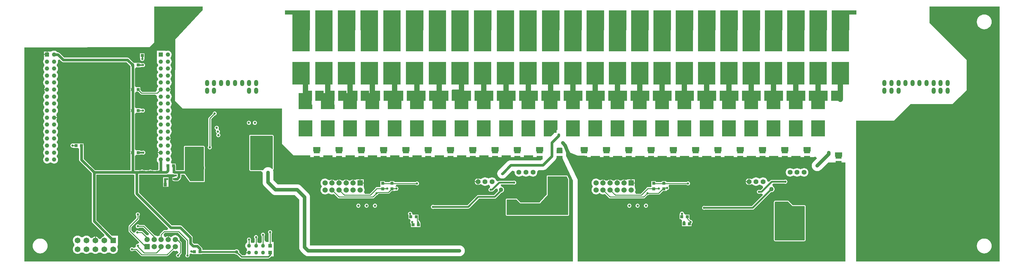
<source format=gbl>
G04*
G04 #@! TF.GenerationSoftware,Altium Limited,Altium Designer,19.0.4 (130)*
G04*
G04 Layer_Physical_Order=4*
G04 Layer_Color=16711680*
%FSAX25Y25*%
%MOIN*%
G70*
G01*
G75*
%ADD15C,0.01000*%
%ADD32R,0.06600X0.04400*%
%ADD33R,0.03800X0.03500*%
%ADD34R,0.03500X0.03800*%
%ADD36R,0.03200X0.03900*%
%ADD44R,0.02441X0.07165*%
%ADD45R,0.07165X0.02441*%
%ADD93C,0.02000*%
%ADD94C,0.01500*%
%ADD95C,0.03000*%
%ADD96C,0.04000*%
%ADD97C,0.06000*%
%ADD100C,0.02500*%
%ADD101C,0.00800*%
%ADD103C,0.05906*%
%ADD104R,0.05906X0.05906*%
%ADD105C,0.05512*%
%ADD106O,0.04724X0.07000*%
%ADD107C,0.06496*%
%ADD108R,0.06496X0.06496*%
%ADD109C,0.04331*%
%ADD110R,0.04331X0.04331*%
%ADD111C,0.04791*%
%ADD112R,0.04791X0.04791*%
%ADD113C,0.02500*%
%ADD114C,0.05000*%
%ADD115C,0.03900*%
%ADD133R,0.09700X0.11811*%
%ADD134R,0.19685X0.25720*%
%ADD135R,0.04528X0.02362*%
%ADD136R,0.13500X0.08000*%
G36*
X0322250Y0284500D02*
X0322250Y0280000D01*
X0322200D01*
X0322200Y0262100D01*
X0302700D01*
X0302700Y0280000D01*
X0294500D01*
X0294500Y0284500D01*
X0322250Y0284500D01*
D02*
G37*
G36*
X0935500Y0280000D02*
X0927250D01*
X0927250Y0262100D01*
X0907750D01*
X0907750Y0280000D01*
D01*
X0907750Y0284500D01*
X0935500D01*
X0935500Y0280000D01*
D02*
G37*
G36*
X0902255Y0262100D02*
X0882755D01*
X0882755Y0284500D01*
X0902254D01*
X0902255Y0262100D01*
D02*
G37*
G36*
X0877255D02*
X0857755D01*
X0857755Y0284500D01*
X0877254D01*
X0877255Y0262100D01*
D02*
G37*
G36*
X0852255D02*
X0832755D01*
X0832755Y0284500D01*
X0852254D01*
X0852255Y0262100D01*
D02*
G37*
G36*
X0827255D02*
X0807755D01*
X0807755Y0284500D01*
X0827254D01*
X0827255Y0262100D01*
D02*
G37*
G36*
X0802255D02*
X0782755D01*
X0782755Y0284500D01*
X0802254D01*
X0802255Y0262100D01*
D02*
G37*
G36*
X0777255D02*
X0757755D01*
X0757755Y0284500D01*
X0777254D01*
X0777255Y0262100D01*
D02*
G37*
G36*
X0752255D02*
X0732755D01*
X0732755Y0284500D01*
X0752254D01*
X0752255Y0262100D01*
D02*
G37*
G36*
X0727255D02*
X0707755D01*
X0707755Y0284500D01*
X0727254D01*
X0727255Y0262100D01*
D02*
G37*
G36*
X0702255D02*
X0682755D01*
X0682755Y0284500D01*
X0702254D01*
X0702255Y0262100D01*
D02*
G37*
G36*
X0677255D02*
X0657755D01*
X0657755Y0284500D01*
X0677254D01*
X0677255Y0262100D01*
D02*
G37*
G36*
X0652255D02*
X0632755D01*
X0632755Y0284500D01*
X0652254D01*
X0652255Y0262100D01*
D02*
G37*
G36*
X0627255D02*
X0607755D01*
X0607755Y0284500D01*
X0627254D01*
X0627255Y0262100D01*
D02*
G37*
G36*
X0602295D02*
X0582795D01*
X0582795Y0284500D01*
X0602295D01*
X0602295Y0262100D01*
D02*
G37*
G36*
X0576841D02*
X0557341D01*
X0557341Y0284500D01*
X0576841D01*
X0576841Y0262100D01*
D02*
G37*
G36*
X0551386D02*
X0531886D01*
X0531886Y0284500D01*
X0551386D01*
X0551386Y0262100D01*
D02*
G37*
G36*
X0525932D02*
X0506432D01*
X0506432Y0284500D01*
X0525932D01*
X0525932Y0262100D01*
D02*
G37*
G36*
X0500477D02*
X0480977D01*
X0480977Y0284500D01*
X0500477D01*
X0500477Y0262100D01*
D02*
G37*
G36*
X0475023D02*
X0455523D01*
X0455523Y0284500D01*
X0475023D01*
X0475023Y0262100D01*
D02*
G37*
G36*
X0449568D02*
X0430068D01*
X0430068Y0284500D01*
X0449568D01*
X0449568Y0262100D01*
D02*
G37*
G36*
X0424114D02*
X0404614D01*
X0404614Y0284500D01*
X0424114D01*
X0424114Y0262100D01*
D02*
G37*
G36*
X0398659D02*
X0379159D01*
X0379159Y0284500D01*
X0398659D01*
X0398659Y0262100D01*
D02*
G37*
G36*
X0373204D02*
X0353705D01*
X0353705Y0284500D01*
X0373204D01*
X0373204Y0262100D01*
D02*
G37*
G36*
X0347750D02*
X0328250D01*
X0328250Y0284500D01*
X0347750D01*
X0347750Y0262100D01*
D02*
G37*
G36*
X0900177Y0173616D02*
X0884823D01*
Y0191616D01*
X0900177D01*
Y0173616D01*
D02*
G37*
G36*
X0875177D02*
X0859823D01*
Y0191616D01*
X0875177D01*
Y0173616D01*
D02*
G37*
G36*
X0850177D02*
X0834823D01*
Y0191616D01*
X0850177D01*
Y0173616D01*
D02*
G37*
G36*
X0825177D02*
X0809823D01*
Y0191616D01*
X0825177D01*
Y0173616D01*
D02*
G37*
G36*
X0800177D02*
X0784823D01*
Y0191616D01*
X0800177D01*
Y0173616D01*
D02*
G37*
G36*
X0775177D02*
X0759823D01*
Y0191616D01*
X0775177D01*
Y0173616D01*
D02*
G37*
G36*
X0750177D02*
X0734823D01*
Y0191616D01*
X0750177D01*
Y0173616D01*
D02*
G37*
G36*
X0725177D02*
X0709823D01*
Y0191616D01*
X0725177D01*
Y0173616D01*
D02*
G37*
G36*
X0700177D02*
X0684823D01*
Y0191616D01*
X0700177D01*
Y0173616D01*
D02*
G37*
G36*
X0675177D02*
X0659823D01*
Y0191616D01*
X0675177D01*
Y0173616D01*
D02*
G37*
G36*
X0650177D02*
X0634823D01*
Y0191616D01*
X0650177D01*
Y0173616D01*
D02*
G37*
G36*
X0625177D02*
X0609823D01*
Y0191616D01*
X0625177D01*
Y0173616D01*
D02*
G37*
G36*
X0600177Y0173366D02*
X0584823D01*
Y0191366D01*
X0600177D01*
Y0173366D01*
D02*
G37*
G36*
X0575177D02*
X0559823D01*
Y0191366D01*
X0575177D01*
Y0173366D01*
D02*
G37*
G36*
X0550177D02*
X0534823D01*
Y0191366D01*
X0550177D01*
Y0173366D01*
D02*
G37*
G36*
X0525177D02*
X0509823D01*
Y0191366D01*
X0525177D01*
Y0173366D01*
D02*
G37*
G36*
X0500177D02*
X0484823D01*
Y0191366D01*
X0500177D01*
Y0173366D01*
D02*
G37*
G36*
X0475177D02*
X0459823D01*
Y0191366D01*
X0475177D01*
Y0173366D01*
D02*
G37*
G36*
X0450177D02*
X0434823D01*
Y0191366D01*
X0450177D01*
Y0173366D01*
D02*
G37*
G36*
X0425177D02*
X0409823D01*
Y0191366D01*
X0425177D01*
Y0173366D01*
D02*
G37*
G36*
X0400177D02*
X0384823D01*
Y0191366D01*
X0400177D01*
Y0173366D01*
D02*
G37*
G36*
X0375177D02*
X0359823D01*
Y0191366D01*
X0375177D01*
Y0173366D01*
D02*
G37*
G36*
X0349765Y0178595D02*
X0350177D01*
Y0173366D01*
X0334823D01*
Y0191366D01*
X0349765D01*
Y0178595D01*
D02*
G37*
G36*
X0324265D02*
X0325177D01*
Y0173366D01*
X0309823D01*
Y0191366D01*
X0324265D01*
Y0178595D01*
D02*
G37*
G36*
X0900177Y0143010D02*
X0884823D01*
Y0161010D01*
X0900177D01*
Y0143010D01*
D02*
G37*
G36*
X0875177D02*
X0859823D01*
Y0161010D01*
X0875177D01*
Y0143010D01*
D02*
G37*
G36*
X0850177D02*
X0834823D01*
Y0161010D01*
X0850177D01*
Y0143010D01*
D02*
G37*
G36*
X0825177D02*
X0809823D01*
Y0161010D01*
X0825177D01*
Y0143010D01*
D02*
G37*
G36*
X0800177D02*
X0784823D01*
Y0161010D01*
X0800177D01*
Y0143010D01*
D02*
G37*
G36*
X0775177D02*
X0759823D01*
Y0161010D01*
X0775177D01*
Y0143010D01*
D02*
G37*
G36*
X0750177D02*
X0734823D01*
Y0161010D01*
X0750177D01*
Y0143010D01*
D02*
G37*
G36*
X0725177D02*
X0709823D01*
Y0161010D01*
X0725177D01*
Y0143010D01*
D02*
G37*
G36*
X0700177D02*
X0684823D01*
Y0161010D01*
X0700177D01*
Y0143010D01*
D02*
G37*
G36*
X0675177D02*
X0659823D01*
Y0161010D01*
X0675177D01*
Y0143010D01*
D02*
G37*
G36*
X0650177D02*
X0634823D01*
Y0161010D01*
X0650177D01*
Y0143010D01*
D02*
G37*
G36*
X0625177D02*
X0609823D01*
Y0161010D01*
X0625177D01*
Y0143010D01*
D02*
G37*
G36*
X0600177Y0150086D02*
X0599964Y0150058D01*
X0598626Y0149504D01*
X0597477Y0148623D01*
X0596596Y0147474D01*
X0596042Y0146136D01*
X0596034Y0146079D01*
X0592715Y0142760D01*
X0584823D01*
Y0160760D01*
X0600177D01*
X0600177Y0150086D01*
D02*
G37*
G36*
X0575177Y0142760D02*
X0559823D01*
Y0160760D01*
X0575177D01*
Y0142760D01*
D02*
G37*
G36*
X0550177D02*
X0534823D01*
Y0160760D01*
X0550177D01*
Y0142760D01*
D02*
G37*
G36*
X0525177D02*
X0509823D01*
Y0160760D01*
X0525177D01*
Y0142760D01*
D02*
G37*
G36*
X0500177D02*
X0484823D01*
Y0160760D01*
X0500177D01*
Y0142760D01*
D02*
G37*
G36*
X0475177D02*
X0459823D01*
Y0160760D01*
X0475177D01*
Y0142760D01*
D02*
G37*
G36*
X0450177D02*
X0434823D01*
Y0160760D01*
X0450177D01*
Y0142760D01*
D02*
G37*
G36*
X0425177D02*
X0409823D01*
Y0160760D01*
X0425177D01*
Y0142760D01*
D02*
G37*
G36*
X0400177D02*
X0384823D01*
Y0160760D01*
X0400177D01*
Y0142760D01*
D02*
G37*
G36*
X0375177D02*
X0359823D01*
Y0160760D01*
X0375177D01*
Y0142760D01*
D02*
G37*
G36*
X0350177D02*
X0334823D01*
Y0160760D01*
X0350177D01*
Y0142760D01*
D02*
G37*
G36*
X0325177D02*
X0309823D01*
Y0160760D01*
X0325177D01*
Y0142760D01*
D02*
G37*
G36*
X0884000Y0125866D02*
X0876000D01*
Y0130881D01*
X0884000D01*
Y0125866D01*
D02*
G37*
G36*
X0859000D02*
X0851000D01*
Y0130881D01*
X0859000D01*
Y0125866D01*
D02*
G37*
G36*
X0834000D02*
X0826000D01*
Y0130881D01*
X0834000D01*
Y0125866D01*
D02*
G37*
G36*
X0809000D02*
X0801000D01*
Y0130881D01*
X0809000D01*
Y0125866D01*
D02*
G37*
G36*
X0784000D02*
X0776000D01*
Y0130881D01*
X0784000D01*
Y0125866D01*
D02*
G37*
G36*
X0759000D02*
X0751000D01*
Y0130881D01*
X0759000D01*
Y0125866D01*
D02*
G37*
G36*
X0734000D02*
X0726000D01*
Y0130881D01*
X0734000D01*
Y0125866D01*
D02*
G37*
G36*
X0709000D02*
X0701000D01*
Y0130881D01*
X0709000D01*
Y0125866D01*
D02*
G37*
G36*
X0684000D02*
X0676000D01*
Y0130881D01*
X0684000D01*
Y0125866D01*
D02*
G37*
G36*
X0659000D02*
X0651000D01*
Y0130881D01*
X0659000D01*
Y0125866D01*
D02*
G37*
G36*
X0634000D02*
X0626000D01*
Y0130881D01*
X0634000D01*
Y0125866D01*
D02*
G37*
G36*
X0584000D02*
X0576000D01*
Y0130881D01*
X0584000D01*
Y0125866D01*
D02*
G37*
G36*
X0559000D02*
X0551000D01*
Y0130881D01*
X0559000D01*
Y0125866D01*
D02*
G37*
G36*
X0534000D02*
X0526000D01*
Y0130881D01*
X0534000D01*
Y0125866D01*
D02*
G37*
G36*
X0509000D02*
X0501000D01*
Y0130881D01*
X0509000D01*
Y0125866D01*
D02*
G37*
G36*
X0484000D02*
X0476000D01*
Y0130881D01*
X0484000D01*
Y0125866D01*
D02*
G37*
G36*
X0459000D02*
X0451000D01*
Y0130881D01*
X0459000D01*
Y0125866D01*
D02*
G37*
G36*
X0434000D02*
X0426000D01*
Y0130881D01*
X0434000D01*
Y0125866D01*
D02*
G37*
G36*
X0409000D02*
X0401000D01*
Y0130881D01*
X0409000D01*
Y0125866D01*
D02*
G37*
G36*
X0384000D02*
X0376000D01*
Y0130881D01*
X0384000D01*
Y0125866D01*
D02*
G37*
G36*
X0359000D02*
X0351000D01*
Y0130881D01*
X0359000D01*
Y0125866D01*
D02*
G37*
G36*
X0334000D02*
X0326000D01*
Y0130881D01*
X0334000D01*
Y0125866D01*
D02*
G37*
G36*
X0605400Y0129700D02*
Y0125866D01*
X0599600Y0125866D01*
Y0129700D01*
X0600052Y0130100D01*
X0604948Y0130100D01*
X0605400Y0129700D01*
D02*
G37*
G36*
X0919500Y0120000D02*
X0911500D01*
Y0125014D01*
X0919500D01*
Y0120000D01*
D02*
G37*
G36*
X1095961Y0002039D02*
X0935000D01*
Y0160416D01*
X0977328D01*
X0996215Y0179303D01*
X1043000D01*
X1059000Y0194567D01*
X1059000Y0229000D01*
X1017500Y0270500D01*
X1017500Y0288961D01*
X1095961D01*
Y0002039D01*
D02*
G37*
G36*
X0614300Y0124500D02*
X0622700Y0121041D01*
Y0119508D01*
X0637300D01*
Y0121000D01*
X0647700D01*
Y0119508D01*
X0662300D01*
Y0121000D01*
X0672700D01*
Y0119508D01*
X0687300D01*
Y0121000D01*
X0697700D01*
Y0119508D01*
X0712300D01*
Y0121000D01*
X0722700D01*
Y0119508D01*
X0737300D01*
Y0121000D01*
X0747700D01*
Y0119508D01*
X0762300D01*
Y0121000D01*
X0772700D01*
Y0119508D01*
X0787300D01*
Y0121000D01*
X0797700D01*
Y0119508D01*
X0812300D01*
Y0121000D01*
X0822700D01*
Y0119508D01*
X0837300D01*
Y0121000D01*
X0847700D01*
Y0119508D01*
X0862300D01*
Y0121000D01*
X0872700D01*
Y0119508D01*
X0887300D01*
Y0119508D01*
X0889300Y0120200D01*
X0891237Y0118263D01*
X0887137Y0114163D01*
X0886387Y0113250D01*
X0885830Y0112207D01*
X0885487Y0111076D01*
X0885371Y0109900D01*
X0885487Y0108724D01*
X0885830Y0107593D01*
X0886387Y0106551D01*
X0887137Y0105637D01*
X0888050Y0104887D01*
X0889093Y0104330D01*
X0890224Y0103987D01*
X0891400Y0103871D01*
X0892576Y0103987D01*
X0893707Y0104330D01*
X0894750Y0104887D01*
X0895663Y0105637D01*
X0903636Y0113610D01*
X0923000D01*
X0923000Y0002039D01*
X0622800D01*
X0622800Y0094295D01*
X0609800Y0120896D01*
Y0129442D01*
X0611800Y0129884D01*
X0614300Y0124500D01*
D02*
G37*
G36*
X0202159Y0285000D02*
X0171234Y0252000D01*
X0171100Y0182696D01*
X0179804Y0174300D01*
X0291000D01*
Y0134400D01*
X0304000Y0121400D01*
X0322700D01*
Y0119508D01*
X0337300D01*
Y0121400D01*
X0347700D01*
Y0119508D01*
X0362300D01*
Y0121400D01*
X0372700D01*
Y0119508D01*
X0387300D01*
Y0121400D01*
X0397700D01*
Y0119508D01*
X0412300D01*
Y0121400D01*
X0422700D01*
Y0119508D01*
X0437300D01*
Y0121400D01*
X0447700D01*
Y0119508D01*
X0462300D01*
Y0121400D01*
X0472700D01*
Y0119508D01*
X0487300D01*
Y0121400D01*
X0497700D01*
Y0119508D01*
X0512300D01*
Y0121400D01*
X0522700D01*
Y0119508D01*
X0537300D01*
Y0121400D01*
X0547700D01*
Y0119508D01*
X0562300D01*
Y0121400D01*
X0572700D01*
Y0119508D01*
X0582383D01*
X0583149Y0117660D01*
X0581502Y0116014D01*
X0547700D01*
X0546264Y0115825D01*
X0544926Y0115270D01*
X0543777Y0114389D01*
X0543777Y0114389D01*
X0535082Y0105694D01*
X0534077Y0104923D01*
X0533196Y0103774D01*
X0532642Y0102436D01*
X0532452Y0101000D01*
X0532642Y0099564D01*
X0533196Y0098226D01*
X0534077Y0097077D01*
X0535226Y0096196D01*
X0536564Y0095642D01*
X0538000Y0095452D01*
X0538234D01*
X0539670Y0095642D01*
X0541008Y0096196D01*
X0542157Y0097077D01*
X0549221Y0104142D01*
X0551516Y0103755D01*
X0552054Y0102919D01*
X0551981Y0102366D01*
X0552145Y0101125D01*
X0552624Y0099968D01*
X0553386Y0098974D01*
X0554380Y0098212D01*
X0555537Y0097733D01*
X0556778Y0097569D01*
X0558020Y0097733D01*
X0559177Y0098212D01*
X0559270Y0098283D01*
X0560715Y0098785D01*
X0562161Y0098283D01*
X0562254Y0098212D01*
X0563411Y0097733D01*
X0564652Y0097569D01*
X0565894Y0097733D01*
X0567051Y0098212D01*
X0567143Y0098283D01*
X0568589Y0098785D01*
X0570035Y0098283D01*
X0570128Y0098212D01*
X0571285Y0097733D01*
X0572526Y0097569D01*
X0573768Y0097733D01*
X0574925Y0098212D01*
X0575918Y0098974D01*
X0576680Y0099968D01*
X0577160Y0101125D01*
X0577323Y0102366D01*
X0577250Y0102919D01*
X0577668Y0103856D01*
X0577998Y0104225D01*
X0578818Y0104829D01*
X0578900Y0104819D01*
X0579660Y0104919D01*
X0583800D01*
X0585236Y0105108D01*
X0586574Y0105662D01*
X0587723Y0106544D01*
X0597623Y0116444D01*
X0597623Y0116444D01*
X0598504Y0117592D01*
X0599058Y0118930D01*
X0599134Y0119508D01*
X0605067D01*
X0617500Y0093237D01*
X0617500Y0002039D01*
X0002039D01*
Y0242804D01*
X0142501Y0243101D01*
X0147800Y0248400D01*
Y0288961D01*
X0202159D01*
Y0285000D01*
D02*
G37*
%LPC*%
G36*
X1078740Y0279993D02*
X1077113Y0279833D01*
X1075549Y0279358D01*
X1074107Y0278588D01*
X1072843Y0277550D01*
X1071806Y0276287D01*
X1071035Y0274845D01*
X1070561Y0273281D01*
X1070401Y0271654D01*
X1070561Y0270027D01*
X1071035Y0268462D01*
X1071806Y0267020D01*
X1072843Y0265757D01*
X1074107Y0264720D01*
X1075549Y0263949D01*
X1077113Y0263474D01*
X1078740Y0263314D01*
X1080367Y0263474D01*
X1081931Y0263949D01*
X1083373Y0264720D01*
X1084637Y0265757D01*
X1085674Y0267020D01*
X1086445Y0268462D01*
X1086919Y0270027D01*
X1087080Y0271654D01*
X1086919Y0273281D01*
X1086445Y0274845D01*
X1085674Y0276287D01*
X1084637Y0277550D01*
X1083373Y0278588D01*
X1081931Y0279358D01*
X1080367Y0279833D01*
X1078740Y0279993D01*
D02*
G37*
G36*
X1078740Y0028024D02*
X1077113Y0027864D01*
X1075549Y0027390D01*
X1074107Y0026619D01*
X1072843Y0025582D01*
X1071806Y0024318D01*
X1071035Y0022876D01*
X1070561Y0021312D01*
X1070401Y0019685D01*
X1070561Y0018058D01*
X1071035Y0016494D01*
X1071806Y0015052D01*
X1072843Y0013788D01*
X1074107Y0012751D01*
X1075549Y0011981D01*
X1077113Y0011506D01*
X1078740Y0011346D01*
X1080367Y0011506D01*
X1081931Y0011981D01*
X1083373Y0012751D01*
X1084637Y0013788D01*
X1085674Y0015052D01*
X1086445Y0016494D01*
X1086919Y0018058D01*
X1087080Y0019685D01*
X1086919Y0021312D01*
X1086445Y0022876D01*
X1085674Y0024318D01*
X1084637Y0025582D01*
X1083373Y0026619D01*
X1081931Y0027390D01*
X1080367Y0027864D01*
X1078740Y0028024D01*
D02*
G37*
G36*
X0876640Y0107163D02*
X0875399Y0107000D01*
X0874242Y0106520D01*
X0874149Y0106449D01*
X0872703Y0105947D01*
X0871258Y0106449D01*
X0871165Y0106520D01*
X0870008Y0107000D01*
X0868766Y0107163D01*
X0867525Y0107000D01*
X0866368Y0106520D01*
X0866275Y0106449D01*
X0864829Y0105947D01*
X0863384Y0106449D01*
X0863291Y0106520D01*
X0862134Y0107000D01*
X0860892Y0107163D01*
X0859651Y0107000D01*
X0858494Y0106520D01*
X0857500Y0105758D01*
X0856738Y0104765D01*
X0856259Y0103608D01*
X0856095Y0102366D01*
X0856259Y0101125D01*
X0856738Y0099968D01*
X0857500Y0098974D01*
X0858494Y0098212D01*
X0859651Y0097733D01*
X0860892Y0097569D01*
X0862134Y0097733D01*
X0863291Y0098212D01*
X0863384Y0098283D01*
X0864829Y0098785D01*
X0866275Y0098283D01*
X0866368Y0098212D01*
X0867525Y0097733D01*
X0868766Y0097569D01*
X0870008Y0097733D01*
X0871165Y0098212D01*
X0871258Y0098283D01*
X0872703Y0098785D01*
X0874149Y0098283D01*
X0874242Y0098212D01*
X0875399Y0097733D01*
X0876640Y0097569D01*
X0877882Y0097733D01*
X0879039Y0098212D01*
X0880032Y0098974D01*
X0880795Y0099968D01*
X0881274Y0101125D01*
X0881437Y0102366D01*
X0881274Y0103608D01*
X0880795Y0104765D01*
X0880032Y0105758D01*
X0879039Y0106520D01*
X0877882Y0107000D01*
X0876640Y0107163D01*
D02*
G37*
G36*
X0830611Y0096797D02*
X0829369Y0096633D01*
X0828212Y0096154D01*
X0827219Y0095392D01*
X0826129D01*
X0825135Y0096154D01*
X0823978Y0096633D01*
X0822737Y0096797D01*
X0821495Y0096633D01*
X0820338Y0096154D01*
X0819345Y0095392D01*
X0817787Y0094776D01*
X0816811Y0095240D01*
X0816757Y0095281D01*
X0815843Y0095659D01*
X0815363Y0095723D01*
Y0092000D01*
Y0088278D01*
X0815843Y0088341D01*
X0816757Y0088719D01*
X0816811Y0088760D01*
X0817787Y0089224D01*
X0819345Y0088608D01*
X0820338Y0087846D01*
X0821495Y0087366D01*
X0822737Y0087203D01*
X0823978Y0087366D01*
X0825135Y0087846D01*
X0826129Y0088608D01*
X0827219D01*
X0828212Y0087846D01*
X0829369Y0087366D01*
X0829941Y0087291D01*
X0830713Y0085595D01*
X0830735Y0085257D01*
X0828018Y0082539D01*
X0827127D01*
X0827007Y0082619D01*
X0826129Y0082794D01*
X0825251Y0082619D01*
X0824507Y0082122D01*
X0824009Y0081378D01*
X0823835Y0080500D01*
X0824009Y0079622D01*
X0824507Y0078878D01*
X0825251Y0078381D01*
X0826129Y0078206D01*
X0827007Y0078381D01*
X0827127Y0078461D01*
X0828862D01*
X0829220Y0078532D01*
X0830283Y0077148D01*
X0830399Y0076882D01*
X0818105Y0064589D01*
X0765498D01*
X0765378Y0064669D01*
X0764500Y0064844D01*
X0763622Y0064669D01*
X0762878Y0064172D01*
X0762381Y0063428D01*
X0762206Y0062550D01*
X0762381Y0061672D01*
X0762878Y0060927D01*
X0763622Y0060430D01*
X0764500Y0060255D01*
X0765378Y0060430D01*
X0765498Y0060510D01*
X0818950D01*
X0819730Y0060666D01*
X0820391Y0061108D01*
X0839429Y0080145D01*
X0840000Y0080070D01*
X0840914Y0080190D01*
X0841765Y0080543D01*
X0842496Y0081104D01*
X0843057Y0081835D01*
X0843410Y0082686D01*
X0843530Y0083600D01*
X0843410Y0084514D01*
X0843057Y0085365D01*
X0842496Y0086096D01*
X0841765Y0086657D01*
X0841748Y0086664D01*
X0841185Y0088858D01*
X0842052Y0089917D01*
X0854684D01*
X0854804Y0089837D01*
X0855682Y0089663D01*
X0856560Y0089837D01*
X0857304Y0090334D01*
X0857801Y0091079D01*
X0857976Y0091957D01*
X0857801Y0092835D01*
X0857304Y0093579D01*
X0856560Y0094076D01*
X0855682Y0094251D01*
X0854804Y0094076D01*
X0854684Y0093996D01*
X0840319D01*
X0840319Y0093996D01*
X0839538Y0093841D01*
X0838877Y0093399D01*
X0837354Y0091876D01*
X0837016Y0091897D01*
X0835320Y0092670D01*
X0835244Y0093242D01*
X0834765Y0094398D01*
X0834003Y0095392D01*
X0833009Y0096154D01*
X0831852Y0096633D01*
X0830611Y0096797D01*
D02*
G37*
G36*
X0814363Y0095723D02*
X0813882Y0095659D01*
X0812969Y0095281D01*
X0812184Y0094679D01*
X0811582Y0093894D01*
X0811203Y0092980D01*
X0811140Y0092500D01*
X0814363D01*
Y0095723D01*
D02*
G37*
G36*
X0686575Y0094453D02*
X0683122D01*
Y0091000D01*
X0686575D01*
Y0094453D01*
D02*
G37*
G36*
X0814363Y0091500D02*
X0811140D01*
X0811203Y0091019D01*
X0811582Y0090106D01*
X0812184Y0089321D01*
X0812969Y0088719D01*
X0813882Y0088341D01*
X0814363Y0088278D01*
Y0091500D01*
D02*
G37*
G36*
X0643252Y0095495D02*
X0641959Y0095325D01*
X0640754Y0094826D01*
X0639720Y0094032D01*
X0638926Y0092998D01*
X0638427Y0091793D01*
X0638256Y0090500D01*
X0638427Y0089207D01*
X0638926Y0088002D01*
X0639545Y0086563D01*
X0638926Y0085124D01*
X0638427Y0083919D01*
X0638256Y0082626D01*
X0638427Y0081333D01*
X0638926Y0080128D01*
X0639720Y0079094D01*
X0640754Y0078300D01*
X0641959Y0077801D01*
X0643252Y0077631D01*
X0644545Y0077801D01*
X0645750Y0078300D01*
X0646784Y0079094D01*
X0647594D01*
X0648628Y0078300D01*
X0649833Y0077801D01*
X0651126Y0077631D01*
X0652419Y0077801D01*
X0653387Y0078202D01*
X0657971Y0073619D01*
X0658467Y0073287D01*
X0659052Y0073171D01*
X0696700D01*
X0697285Y0073287D01*
X0697781Y0073619D01*
X0700891Y0076728D01*
X0701000Y0076706D01*
X0701878Y0076881D01*
X0702622Y0077378D01*
X0702684Y0077471D01*
X0713500D01*
X0714085Y0077587D01*
X0714581Y0077919D01*
X0718213Y0081550D01*
X0722000D01*
Y0081550D01*
X0723492Y0082776D01*
X0723878Y0082853D01*
X0724622Y0083350D01*
X0725119Y0084095D01*
X0725294Y0084972D01*
X0725119Y0085850D01*
X0724694Y0086486D01*
X0724820Y0087082D01*
X0725391Y0088486D01*
X0744816D01*
X0744878Y0088394D01*
X0745622Y0087896D01*
X0746500Y0087722D01*
X0747378Y0087896D01*
X0748122Y0088394D01*
X0748619Y0089138D01*
X0748794Y0090016D01*
X0748619Y0090894D01*
X0748122Y0091638D01*
X0747378Y0092135D01*
X0746500Y0092310D01*
X0745622Y0092135D01*
X0744878Y0091638D01*
X0744816Y0091545D01*
X0722000D01*
Y0092450D01*
X0717000D01*
Y0091529D01*
X0710500D01*
Y0092500D01*
X0705500D01*
Y0088300D01*
X0705500Y0087800D01*
X0705429Y0085829D01*
X0701462D01*
X0700877Y0085713D01*
X0700381Y0085381D01*
X0699580Y0084581D01*
X0693281Y0078281D01*
X0688052D01*
X0687233Y0079652D01*
X0687012Y0080281D01*
X0687447Y0081333D01*
X0687617Y0082626D01*
X0687447Y0083919D01*
X0687097Y0084764D01*
X0686575Y0086547D01*
X0686575D01*
Y0090000D01*
X0682622D01*
Y0090500D01*
X0682122D01*
Y0094453D01*
X0678669D01*
X0678669Y0094453D01*
X0676741Y0093953D01*
X0675780Y0094351D01*
X0675248Y0094421D01*
Y0090500D01*
X0674248D01*
Y0094421D01*
X0673716Y0094351D01*
X0672755Y0093953D01*
X0672034Y0093400D01*
X0671882Y0093319D01*
X0669740D01*
X0669588Y0093400D01*
X0668867Y0093953D01*
X0667906Y0094351D01*
X0667374Y0094421D01*
Y0090500D01*
X0666374D01*
Y0094421D01*
X0665842Y0094351D01*
X0664881Y0093953D01*
X0664160Y0093400D01*
X0664008Y0093319D01*
X0661866D01*
X0661714Y0093400D01*
X0660993Y0093953D01*
X0660032Y0094351D01*
X0659500Y0094421D01*
Y0090500D01*
X0658500D01*
Y0094421D01*
X0657968Y0094351D01*
X0657007Y0093953D01*
X0656286Y0093400D01*
X0656134Y0093319D01*
X0653992D01*
X0653840Y0093400D01*
X0653119Y0093953D01*
X0652158Y0094351D01*
X0651626Y0094421D01*
Y0090500D01*
X0650626D01*
Y0094421D01*
X0650094Y0094351D01*
X0649132Y0093953D01*
X0648195Y0093377D01*
X0646500Y0094250D01*
X0645750Y0094826D01*
X0644545Y0095325D01*
X0643252Y0095495D01*
D02*
G37*
G36*
X0846380Y0070520D02*
X0844369D01*
X0844270Y0070500D01*
X0844170Y0070500D01*
X0844110Y0070475D01*
X0844046Y0070467D01*
X0844046Y0070467D01*
X0844014Y0070449D01*
X0843978Y0070442D01*
X0843978Y0070442D01*
X0843974Y0070439D01*
X0843813Y0070372D01*
X0843807Y0070371D01*
X0843807Y0070371D01*
X0843723Y0070315D01*
X0843631Y0070277D01*
X0843560Y0070206D01*
X0843476Y0070150D01*
X0843405Y0070079D01*
X0843405Y0070079D01*
X0843367Y0070041D01*
X0843324Y0069977D01*
X0843267Y0069925D01*
X0843048Y0069627D01*
X0843039Y0069607D01*
X0843039Y0069607D01*
X0842998Y0069551D01*
X0842965Y0069481D01*
X0842946Y0069455D01*
X0842937Y0069436D01*
X0842900Y0069387D01*
X0842893Y0069361D01*
X0842877Y0069336D01*
X0842874Y0069329D01*
X0842859Y0069255D01*
X0842829Y0069191D01*
X0842825Y0069104D01*
X0842798Y0069003D01*
X0842797Y0068977D01*
X0842797Y0068977D01*
X0842800Y0068956D01*
X0842796Y0068939D01*
X0842796Y0068939D01*
X0842798Y0068931D01*
X0842795Y0068914D01*
X0842795Y0068864D01*
X0842790Y0068841D01*
Y0026458D01*
X0842792Y0026448D01*
X0842790Y0026438D01*
X0842831Y0026253D01*
X0842868Y0026068D01*
X0842874Y0026059D01*
X0842876Y0026049D01*
X0843015Y0025730D01*
X0843118Y0025584D01*
X0843214Y0025433D01*
X0843231Y0025421D01*
X0843243Y0025404D01*
X0843394Y0025308D01*
X0843540Y0025206D01*
X0843859Y0025066D01*
X0843869Y0025064D01*
X0843878Y0025058D01*
X0844063Y0025021D01*
X0844248Y0024981D01*
X0844258Y0024982D01*
X0844268Y0024980D01*
X0849846D01*
X0874554Y0024980D01*
X0876741D01*
X0876741Y0024980D01*
X0876841Y0024980D01*
X0876940Y0025000D01*
X0877040Y0025000D01*
X0877133Y0025038D01*
X0877231Y0025058D01*
X0877236Y0025061D01*
X0877236Y0025061D01*
X0877397Y0025128D01*
X0877403Y0025129D01*
X0877486Y0025185D01*
X0877579Y0025223D01*
X0877650Y0025294D01*
X0877734Y0025350D01*
X0878050Y0025666D01*
X0878106Y0025750D01*
X0878176Y0025821D01*
X0878215Y0025914D01*
X0878271Y0025997D01*
X0878272Y0026003D01*
X0878339Y0026164D01*
X0878342Y0026169D01*
X0878362Y0026267D01*
X0878400Y0026360D01*
X0878400Y0026460D01*
X0878420Y0026559D01*
X0878420Y0064042D01*
X0878417Y0064052D01*
X0878419Y0064062D01*
X0878379Y0064247D01*
X0878342Y0064432D01*
X0878336Y0064440D01*
X0878334Y0064451D01*
X0878194Y0064770D01*
X0878092Y0064916D01*
X0877996Y0065067D01*
X0877979Y0065079D01*
X0877967Y0065096D01*
X0877816Y0065192D01*
X0877669Y0065294D01*
X0877351Y0065434D01*
X0877340Y0065436D01*
X0877332Y0065442D01*
X0877147Y0065479D01*
X0876962Y0065519D01*
X0876952Y0065518D01*
X0876941Y0065520D01*
X0864027Y0065520D01*
X0859397Y0070150D01*
X0859313Y0070206D01*
X0859242Y0070277D01*
X0859241Y0070277D01*
X0859155Y0070313D01*
X0859077Y0070366D01*
X0859077Y0070366D01*
X0859071Y0070367D01*
X0859066Y0070371D01*
X0859061Y0070372D01*
X0859060Y0070372D01*
X0858899Y0070439D01*
X0858895Y0070442D01*
X0858796Y0070462D01*
X0858703Y0070500D01*
X0858639Y0070500D01*
X0858577Y0070517D01*
X0858540Y0070512D01*
X0858504Y0070520D01*
X0855947D01*
X0846380Y0070520D01*
D02*
G37*
G36*
X0699300Y0067234D02*
X0698422Y0067060D01*
X0697678Y0066562D01*
X0697181Y0065818D01*
X0697006Y0064940D01*
X0697181Y0064062D01*
X0697678Y0063318D01*
X0698422Y0062821D01*
X0699300Y0062646D01*
X0700178Y0062821D01*
X0700922Y0063318D01*
X0701419Y0064062D01*
X0701594Y0064940D01*
X0701419Y0065818D01*
X0700922Y0066562D01*
X0700178Y0067060D01*
X0699300Y0067234D01*
D02*
G37*
G36*
X0689876D02*
X0688998Y0067060D01*
X0688254Y0066562D01*
X0687757Y0065818D01*
X0687582Y0064940D01*
X0687757Y0064062D01*
X0688254Y0063318D01*
X0688998Y0062821D01*
X0689876Y0062646D01*
X0690754Y0062821D01*
X0691498Y0063318D01*
X0691996Y0064062D01*
X0692170Y0064940D01*
X0691996Y0065818D01*
X0691498Y0066562D01*
X0690754Y0067060D01*
X0689876Y0067234D01*
D02*
G37*
G36*
X0680700D02*
X0679822Y0067060D01*
X0679078Y0066562D01*
X0678581Y0065818D01*
X0678406Y0064940D01*
X0678581Y0064062D01*
X0679078Y0063318D01*
X0679822Y0062821D01*
X0680700Y0062646D01*
X0681578Y0062821D01*
X0682322Y0063318D01*
X0682819Y0064062D01*
X0682994Y0064940D01*
X0682819Y0065818D01*
X0682322Y0066562D01*
X0681578Y0067060D01*
X0680700Y0067234D01*
D02*
G37*
G36*
X0739650Y0058294D02*
X0738772Y0058119D01*
X0738027Y0057622D01*
X0737530Y0056878D01*
X0737524Y0056845D01*
X0737150Y0055000D01*
X0737150D01*
Y0050000D01*
X0738473D01*
X0739793Y0048117D01*
X0739550Y0047011D01*
X0739550D01*
Y0042011D01*
X0743750D01*
X0744250Y0042011D01*
X0745750D01*
X0746250Y0042011D01*
X0750450D01*
Y0044631D01*
X0750970Y0044978D01*
X0751467Y0045722D01*
X0751642Y0046600D01*
X0751467Y0047478D01*
X0750970Y0048222D01*
X0750225Y0048719D01*
X0749347Y0048894D01*
X0748050Y0050301D01*
Y0055000D01*
X0743784D01*
X0742655Y0055613D01*
X0741886Y0056293D01*
X0741769Y0056878D01*
X0741272Y0057622D01*
X0740527Y0058119D01*
X0739650Y0058294D01*
D02*
G37*
%LPD*%
G36*
X0851082Y0069500D02*
X0855947Y0069500D01*
X0858504D01*
X0858504Y0069500D01*
X0858505Y0069500D01*
X0858509Y0069497D01*
X0858670Y0069430D01*
X0858675Y0069429D01*
X0858676Y0069429D01*
X0858747Y0069358D01*
X0858747Y0069358D01*
X0863306Y0064799D01*
X0863306Y0064799D01*
X0863605Y0064500D01*
X0870220Y0064500D01*
X0876850Y0064500D01*
X0876928Y0064483D01*
X0876938Y0064483D01*
X0876948Y0064479D01*
X0877025Y0064463D01*
X0877168Y0064401D01*
X0877233Y0064356D01*
X0877249Y0064349D01*
X0877256Y0064333D01*
X0877301Y0064268D01*
X0877363Y0064125D01*
X0877379Y0064048D01*
X0877383Y0064038D01*
X0877383Y0064028D01*
X0877400Y0063950D01*
X0877400Y0047150D01*
X0877400Y0026559D01*
X0877400Y0026559D01*
X0877397Y0026554D01*
X0877330Y0026393D01*
X0877329Y0026388D01*
X0877329Y0026387D01*
X0877329Y0026387D01*
X0877013Y0026071D01*
X0877013Y0026071D01*
X0877007Y0026070D01*
X0876846Y0026003D01*
X0876841Y0026000D01*
X0876841Y0026000D01*
X0876741Y0026000D01*
X0876741Y0026000D01*
X0866636D01*
X0849846Y0026000D01*
X0844359D01*
X0844282Y0026017D01*
X0844272Y0026017D01*
X0844262Y0026021D01*
X0844185Y0026037D01*
X0844041Y0026099D01*
X0843977Y0026144D01*
X0843961Y0026151D01*
X0843954Y0026167D01*
X0843909Y0026232D01*
X0843846Y0026375D01*
X0843831Y0026452D01*
X0843827Y0026462D01*
X0843827Y0026472D01*
X0843810Y0026550D01*
Y0068840D01*
X0843811Y0068843D01*
X0843811Y0068848D01*
X0843814Y0068864D01*
X0843814Y0068901D01*
X0843817Y0068942D01*
X0843819Y0068946D01*
X0843819Y0068947D01*
X0843860Y0069002D01*
X0843860Y0069003D01*
X0843860Y0069003D01*
X0843869Y0069023D01*
X0843888Y0069048D01*
D01*
X0844088Y0069320D01*
Y0069320D01*
X0844088Y0069320D01*
X0844126Y0069358D01*
X0844126Y0069358D01*
X0844197Y0069429D01*
X0844197D01*
X0844203Y0069430D01*
X0844364Y0069497D01*
X0844369Y0069500D01*
X0851082D01*
D02*
G37*
%LPC*%
G36*
X0162874Y0239308D02*
X0161726Y0239157D01*
X0161396Y0239019D01*
X0159396Y0239270D01*
Y0239270D01*
X0150604D01*
Y0230478D01*
X0150604Y0230478D01*
X0150855Y0228478D01*
X0150717Y0228148D01*
X0150566Y0227000D01*
X0150717Y0225852D01*
X0151160Y0224783D01*
X0151865Y0223865D01*
Y0222261D01*
X0151160Y0221343D01*
X0150717Y0220273D01*
X0150566Y0219126D01*
X0150717Y0217979D01*
X0151160Y0216909D01*
X0151865Y0215991D01*
Y0214387D01*
X0151160Y0213469D01*
X0150717Y0212400D01*
X0150566Y0211252D01*
X0150717Y0210104D01*
X0151160Y0209035D01*
X0151865Y0208117D01*
Y0206513D01*
X0151160Y0205595D01*
X0150717Y0204525D01*
X0150566Y0203378D01*
X0150717Y0202231D01*
X0151160Y0201161D01*
X0151865Y0200243D01*
Y0198639D01*
X0151160Y0197721D01*
X0150717Y0196651D01*
X0150566Y0195504D01*
X0150644Y0194913D01*
X0149671Y0193497D01*
X0149102Y0193029D01*
X0134034D01*
X0131950Y0195113D01*
Y0198067D01*
X0127250D01*
X0126099Y0199590D01*
Y0219040D01*
X0127250Y0220563D01*
X0128099Y0220563D01*
X0131950D01*
Y0220658D01*
X0133950Y0221150D01*
X0134259Y0220943D01*
X0135137Y0220769D01*
X0136015Y0220943D01*
X0136759Y0221441D01*
X0137257Y0222185D01*
X0137431Y0223063D01*
X0137257Y0223941D01*
X0136759Y0224685D01*
X0136015Y0225182D01*
X0135137Y0225357D01*
X0134259Y0225182D01*
X0133950Y0224976D01*
X0131950Y0225468D01*
Y0225563D01*
X0127750D01*
X0127250Y0225563D01*
X0125750D01*
X0125250Y0225563D01*
X0124655D01*
X0119568Y0230649D01*
X0118741Y0231202D01*
X0117766Y0231396D01*
X0046609D01*
X0041328Y0236676D01*
X0040501Y0237229D01*
X0039526Y0237423D01*
X0038959D01*
X0038509Y0238009D01*
X0037591Y0238714D01*
X0036522Y0239157D01*
X0035374Y0239308D01*
X0034227Y0239157D01*
X0033157Y0238714D01*
X0032819Y0238454D01*
X0030896Y0238270D01*
X0030100Y0238270D01*
X0028000D01*
Y0234874D01*
X0027500D01*
Y0234374D01*
X0024104D01*
Y0232437D01*
X0024104Y0231478D01*
X0023920Y0229555D01*
X0023660Y0229217D01*
X0023217Y0228148D01*
X0023066Y0227000D01*
X0023217Y0225852D01*
X0023660Y0224783D01*
X0024365Y0223865D01*
Y0222261D01*
X0023660Y0221343D01*
X0023217Y0220273D01*
X0023066Y0219126D01*
X0023217Y0217979D01*
X0023660Y0216909D01*
X0024365Y0215991D01*
Y0214387D01*
X0023660Y0213469D01*
X0023217Y0212400D01*
X0023066Y0211252D01*
X0023217Y0210104D01*
X0023660Y0209035D01*
X0024365Y0208117D01*
Y0206513D01*
X0023660Y0205595D01*
X0023217Y0204525D01*
X0023066Y0203378D01*
X0023217Y0202231D01*
X0023660Y0201161D01*
X0024365Y0200243D01*
X0024598Y0200064D01*
X0024989Y0198324D01*
X0024806Y0197571D01*
X0024534Y0197216D01*
X0024192Y0196390D01*
X0024141Y0196004D01*
X0027500D01*
Y0195004D01*
X0024141D01*
X0024192Y0194617D01*
X0024534Y0193791D01*
X0024806Y0193437D01*
X0024989Y0192684D01*
X0024598Y0190944D01*
X0024365Y0190765D01*
X0023660Y0189847D01*
X0023217Y0188777D01*
X0023066Y0187630D01*
X0023217Y0186482D01*
X0023660Y0185413D01*
X0024365Y0184495D01*
Y0182891D01*
X0023660Y0181973D01*
X0023217Y0180903D01*
X0023066Y0179756D01*
X0023217Y0178608D01*
X0023660Y0177539D01*
X0024365Y0176621D01*
Y0175017D01*
X0023660Y0174099D01*
X0023217Y0173029D01*
X0023066Y0171882D01*
X0023217Y0170734D01*
X0023660Y0169665D01*
X0024365Y0168747D01*
Y0167143D01*
X0023660Y0166225D01*
X0023217Y0165155D01*
X0023066Y0164008D01*
X0023217Y0162860D01*
X0023660Y0161791D01*
X0024365Y0160873D01*
Y0159269D01*
X0023660Y0158351D01*
X0023217Y0157281D01*
X0023066Y0156134D01*
X0023217Y0154986D01*
X0023660Y0153917D01*
X0024365Y0152999D01*
Y0151395D01*
X0023660Y0150477D01*
X0023217Y0149407D01*
X0023066Y0148260D01*
X0023217Y0147112D01*
X0023660Y0146043D01*
X0024365Y0145125D01*
Y0143521D01*
X0023660Y0142603D01*
X0023217Y0141533D01*
X0023066Y0140386D01*
X0023217Y0139238D01*
X0023660Y0138169D01*
X0024365Y0137251D01*
Y0135647D01*
X0023660Y0134729D01*
X0023217Y0133659D01*
X0023066Y0132512D01*
X0023217Y0131364D01*
X0023660Y0130295D01*
X0024365Y0129377D01*
Y0127773D01*
X0023660Y0126855D01*
X0023217Y0125785D01*
X0023066Y0124638D01*
X0023217Y0123490D01*
X0023660Y0122421D01*
X0024365Y0121503D01*
Y0119899D01*
X0023660Y0118981D01*
X0023217Y0117911D01*
X0023066Y0116764D01*
X0023217Y0115616D01*
X0023660Y0114547D01*
X0024365Y0113629D01*
X0025283Y0112924D01*
X0026353Y0112481D01*
X0027500Y0112330D01*
X0028648Y0112481D01*
X0029717Y0112924D01*
X0030635Y0113629D01*
X0032239D01*
X0033157Y0112924D01*
X0034227Y0112481D01*
X0035374Y0112330D01*
X0036522Y0112481D01*
X0037591Y0112924D01*
X0038509Y0113629D01*
X0039214Y0114547D01*
X0039656Y0115616D01*
X0039808Y0116764D01*
X0039656Y0117911D01*
X0039214Y0118981D01*
X0038509Y0119899D01*
Y0121503D01*
X0039214Y0122421D01*
X0039656Y0123490D01*
X0039808Y0124638D01*
X0039656Y0125785D01*
X0039214Y0126855D01*
X0038509Y0127773D01*
Y0129377D01*
X0039214Y0130295D01*
X0039656Y0131364D01*
X0039808Y0132512D01*
X0039656Y0133659D01*
X0039214Y0134729D01*
X0038509Y0135647D01*
Y0137251D01*
X0039214Y0138169D01*
X0039656Y0139238D01*
X0039808Y0140386D01*
X0039656Y0141533D01*
X0039214Y0142603D01*
X0038509Y0143521D01*
Y0145125D01*
X0039214Y0146043D01*
X0039656Y0147112D01*
X0039808Y0148260D01*
X0039656Y0149407D01*
X0039214Y0150477D01*
X0038509Y0151395D01*
Y0152999D01*
X0039214Y0153917D01*
X0039656Y0154986D01*
X0039808Y0156134D01*
X0039656Y0157281D01*
X0039214Y0158351D01*
X0038509Y0159269D01*
X0038276Y0159448D01*
X0037885Y0161188D01*
X0038068Y0161941D01*
X0038340Y0162295D01*
X0038682Y0163121D01*
X0038733Y0163508D01*
X0035374D01*
Y0164508D01*
X0038733D01*
X0038682Y0164894D01*
X0038340Y0165720D01*
X0038068Y0166075D01*
X0037885Y0166828D01*
X0038276Y0168568D01*
X0038509Y0168747D01*
X0039214Y0169665D01*
X0039656Y0170734D01*
X0039808Y0171882D01*
X0039656Y0173029D01*
X0039214Y0174099D01*
X0038509Y0175017D01*
Y0176621D01*
X0039214Y0177539D01*
X0039656Y0178608D01*
X0039808Y0179756D01*
X0039656Y0180903D01*
X0039214Y0181973D01*
X0038509Y0182891D01*
Y0184495D01*
X0039214Y0185413D01*
X0039656Y0186482D01*
X0039808Y0187630D01*
X0039656Y0188777D01*
X0039214Y0189847D01*
X0038509Y0190765D01*
Y0192369D01*
X0039214Y0193287D01*
X0039656Y0194356D01*
X0039808Y0195504D01*
X0039656Y0196651D01*
X0039214Y0197721D01*
X0038509Y0198639D01*
Y0200243D01*
X0039214Y0201161D01*
X0039656Y0202231D01*
X0039808Y0203378D01*
X0039656Y0204525D01*
X0039214Y0205595D01*
X0038509Y0206513D01*
Y0208117D01*
X0039214Y0209035D01*
X0039656Y0210104D01*
X0039808Y0211252D01*
X0039656Y0212400D01*
X0039214Y0213469D01*
X0038509Y0214387D01*
Y0215991D01*
X0039214Y0216909D01*
X0039656Y0217979D01*
X0039808Y0219126D01*
X0039656Y0220273D01*
X0039214Y0221343D01*
X0038509Y0222261D01*
Y0223865D01*
X0039214Y0224783D01*
X0039656Y0225852D01*
X0039808Y0227000D01*
X0039656Y0228148D01*
X0039542Y0228425D01*
X0041237Y0229558D01*
X0043751Y0227045D01*
X0044577Y0226492D01*
X0045553Y0226298D01*
X0116710D01*
X0121001Y0222007D01*
Y0196321D01*
X0120851Y0195567D01*
X0121001Y0194813D01*
Y0172636D01*
X0120851Y0171882D01*
X0121001Y0171128D01*
Y0125392D01*
X0120851Y0124638D01*
X0121001Y0123884D01*
Y0104999D01*
X0088000Y0104999D01*
X0087994Y0104998D01*
X0087988Y0104999D01*
X0081247Y0104968D01*
X0068599Y0117616D01*
Y0132030D01*
X0068649Y0132281D01*
Y0132512D01*
X0068455Y0133487D01*
X0068450Y0133495D01*
Y0135012D01*
X0066346D01*
X0066100Y0135061D01*
X0065854Y0135012D01*
X0064250D01*
X0063750Y0135012D01*
X0062250D01*
X0061750Y0135012D01*
X0057550D01*
Y0135012D01*
X0056000Y0134806D01*
X0055663Y0134739D01*
X0055122Y0134631D01*
X0054378Y0134134D01*
X0053881Y0133390D01*
X0053706Y0132512D01*
X0053881Y0131634D01*
X0054378Y0130890D01*
X0055122Y0130392D01*
X0055663Y0130285D01*
X0056000Y0130218D01*
X0057550Y0130012D01*
Y0130012D01*
X0061501D01*
X0062250Y0130012D01*
X0063501Y0128530D01*
Y0116560D01*
X0063695Y0115585D01*
X0064248Y0114758D01*
X0077647Y0101359D01*
Y0047504D01*
X0077841Y0046529D01*
X0078393Y0045702D01*
X0091856Y0032239D01*
X0091822Y0031810D01*
X0091066Y0030201D01*
X0090591Y0030139D01*
X0089558Y0029711D01*
X0088670Y0029030D01*
X0087989Y0028142D01*
X0087733Y0027523D01*
X0087219Y0027411D01*
X0086181D01*
X0085667Y0027523D01*
X0085411Y0028142D01*
X0084730Y0029030D01*
X0083842Y0029711D01*
X0082809Y0030139D01*
X0082200Y0030219D01*
Y0026000D01*
X0081200D01*
Y0030219D01*
X0080591Y0030139D01*
X0079558Y0029711D01*
X0078670Y0029030D01*
X0078424Y0028708D01*
X0076710Y0028659D01*
X0076612Y0028671D01*
X0076121Y0028859D01*
X0075443Y0029743D01*
X0074347Y0030584D01*
X0073070Y0031113D01*
X0071700Y0031293D01*
X0070330Y0031113D01*
X0069053Y0030584D01*
X0067957Y0029743D01*
X0067917Y0029691D01*
X0065483D01*
X0065443Y0029743D01*
X0064347Y0030584D01*
X0063070Y0031113D01*
X0061700Y0031293D01*
X0060330Y0031113D01*
X0059053Y0030584D01*
X0057957Y0029743D01*
X0057116Y0028647D01*
X0056587Y0027370D01*
X0056407Y0026000D01*
X0056587Y0024630D01*
X0057116Y0023353D01*
X0057957Y0022257D01*
X0058009Y0022217D01*
Y0019783D01*
X0057957Y0019743D01*
X0057116Y0018647D01*
X0056587Y0017370D01*
X0056407Y0016000D01*
X0056587Y0014630D01*
X0057116Y0013353D01*
X0057957Y0012257D01*
X0059053Y0011416D01*
X0060330Y0010887D01*
X0061700Y0010707D01*
X0063070Y0010887D01*
X0064347Y0011416D01*
X0065443Y0012257D01*
X0065483Y0012309D01*
X0067917D01*
X0067957Y0012257D01*
X0069053Y0011416D01*
X0070330Y0010887D01*
X0071700Y0010707D01*
X0073070Y0010887D01*
X0074347Y0011416D01*
X0075443Y0012257D01*
X0075483Y0012309D01*
X0077917D01*
X0077957Y0012257D01*
X0079053Y0011416D01*
X0080330Y0010887D01*
X0081700Y0010707D01*
X0083070Y0010887D01*
X0084347Y0011416D01*
X0085443Y0012257D01*
X0085483Y0012309D01*
X0087917D01*
X0087957Y0012257D01*
X0089053Y0011416D01*
X0090330Y0010887D01*
X0091700Y0010707D01*
X0093070Y0010887D01*
X0094347Y0011416D01*
X0095443Y0012257D01*
X0095483Y0012309D01*
X0097917D01*
X0097957Y0012257D01*
X0099053Y0011416D01*
X0100330Y0010887D01*
X0101700Y0010707D01*
X0103070Y0010887D01*
X0104347Y0011416D01*
X0105443Y0012257D01*
X0106284Y0013353D01*
X0106813Y0014630D01*
X0106993Y0016000D01*
X0106813Y0017370D01*
X0106284Y0018647D01*
X0106203Y0018752D01*
X0106948Y0020752D01*
X0106948D01*
Y0031248D01*
X0100057D01*
X0082745Y0048560D01*
Y0099877D01*
X0088005Y0099901D01*
X0123451Y0099901D01*
X0125451Y0099662D01*
Y0078483D01*
X0125645Y0077508D01*
X0126198Y0076681D01*
X0163349Y0039529D01*
X0162521Y0037529D01*
X0159057D01*
X0158472Y0037413D01*
X0157976Y0037081D01*
X0154404Y0033510D01*
X0154073Y0033013D01*
X0153956Y0032428D01*
Y0031527D01*
X0152988Y0031126D01*
X0151549Y0030507D01*
X0150109Y0031126D01*
X0148905Y0031625D01*
X0147993Y0031745D01*
X0136857Y0042881D01*
X0136361Y0043213D01*
X0135775Y0043329D01*
X0130884D01*
X0130822Y0043422D01*
X0130078Y0043920D01*
X0129200Y0044094D01*
X0128322Y0043920D01*
X0127578Y0043422D01*
X0127081Y0042678D01*
X0126906Y0041800D01*
X0127081Y0040922D01*
X0127578Y0040178D01*
X0128322Y0039680D01*
X0129200Y0039506D01*
X0130078Y0039680D01*
X0130822Y0040178D01*
X0130884Y0040271D01*
X0135142D01*
X0142035Y0033377D01*
X0141101Y0031761D01*
X0140948Y0031636D01*
X0139737Y0031795D01*
X0139000Y0031698D01*
X0134617Y0036081D01*
X0134121Y0036413D01*
X0133536Y0036529D01*
X0130470D01*
X0130408Y0036622D01*
X0129664Y0037119D01*
X0128786Y0037294D01*
X0127908Y0037119D01*
X0127163Y0036622D01*
X0126666Y0035878D01*
X0126564Y0035362D01*
X0125479Y0034770D01*
X0124540Y0034557D01*
X0122029Y0037068D01*
Y0040980D01*
X0130381Y0049332D01*
X0130713Y0049829D01*
X0130829Y0050414D01*
Y0053516D01*
X0130922Y0053578D01*
X0131420Y0054322D01*
X0131594Y0055200D01*
X0131420Y0056078D01*
X0130922Y0056822D01*
X0130178Y0057319D01*
X0129300Y0057494D01*
X0128422Y0057319D01*
X0127678Y0056822D01*
X0127181Y0056078D01*
X0127006Y0055200D01*
X0127181Y0054322D01*
X0127678Y0053578D01*
X0127771Y0053516D01*
Y0051047D01*
X0119419Y0042695D01*
X0119087Y0042199D01*
X0118971Y0041614D01*
Y0036435D01*
X0119087Y0035849D01*
X0119419Y0035353D01*
X0131003Y0023769D01*
X0129832Y0022112D01*
X0129417Y0022194D01*
X0128539Y0022019D01*
X0127795Y0021522D01*
X0127298Y0020778D01*
X0127123Y0019900D01*
X0127197Y0019529D01*
X0126343Y0018010D01*
X0126202Y0017861D01*
X0124322Y0017622D01*
X0123578Y0018120D01*
X0122700Y0018294D01*
X0121822Y0018120D01*
X0121078Y0017622D01*
X0120580Y0016878D01*
X0120406Y0016000D01*
X0120580Y0015122D01*
X0121078Y0014378D01*
X0121822Y0013881D01*
X0122700Y0013706D01*
X0123578Y0013881D01*
X0124322Y0014378D01*
X0124384Y0014471D01*
X0126967D01*
X0132660Y0008777D01*
X0133156Y0008445D01*
X0133742Y0008329D01*
X0162166D01*
X0162751Y0008445D01*
X0163248Y0008777D01*
X0168972Y0014502D01*
X0169941Y0014101D01*
X0171234Y0013930D01*
X0172527Y0014101D01*
X0172541Y0014107D01*
X0172874Y0014049D01*
X0174539Y0012976D01*
X0174583Y0011675D01*
X0174140Y0011233D01*
X0173572Y0011119D01*
X0172827Y0010622D01*
X0172330Y0009878D01*
X0172155Y0009000D01*
X0172330Y0008122D01*
X0172827Y0007378D01*
X0173572Y0006881D01*
X0174450Y0006706D01*
X0175327Y0006881D01*
X0176072Y0007378D01*
X0176569Y0008122D01*
X0176744Y0009000D01*
X0176659Y0009425D01*
X0178031Y0010797D01*
X0178363Y0011294D01*
X0178479Y0011879D01*
Y0023247D01*
X0178363Y0023832D01*
X0178031Y0024328D01*
X0176151Y0026208D01*
X0176229Y0026800D01*
X0176059Y0028093D01*
X0175560Y0029298D01*
X0174766Y0030332D01*
X0173731Y0031126D01*
X0172527Y0031625D01*
X0171234Y0031795D01*
X0169941Y0031625D01*
X0168736Y0031126D01*
X0167985Y0030550D01*
X0166290Y0029677D01*
X0165353Y0030253D01*
X0164392Y0030651D01*
X0163860Y0030721D01*
Y0026800D01*
X0162860D01*
Y0030721D01*
X0162328Y0030651D01*
X0161366Y0030253D01*
X0160429Y0029677D01*
X0158734Y0030550D01*
X0158658Y0030609D01*
X0158265Y0032646D01*
X0158357Y0033136D01*
X0159691Y0034471D01*
X0174366D01*
X0183443Y0025394D01*
Y0010684D01*
X0183350Y0010622D01*
X0182853Y0009878D01*
X0182678Y0009000D01*
X0182853Y0008122D01*
X0183350Y0007378D01*
X0184094Y0006881D01*
X0184972Y0006706D01*
X0185850Y0006881D01*
X0186594Y0007378D01*
X0187092Y0008122D01*
X0187266Y0009000D01*
X0187118Y0009747D01*
X0187765Y0010588D01*
X0187822Y0010647D01*
X0188581Y0011249D01*
X0188731Y0011219D01*
X0190500Y0010600D01*
X0190500Y0010600D01*
X0190500Y0010600D01*
X0194700D01*
X0195200Y0010600D01*
X0196700D01*
X0197200Y0010600D01*
X0201400D01*
Y0010961D01*
X0237846D01*
X0237896Y0010896D01*
X0238512Y0010423D01*
X0239230Y0010126D01*
X0240000Y0010024D01*
X0240400Y0010077D01*
X0244318Y0006159D01*
X0244318Y0006159D01*
X0244897Y0005772D01*
X0245580Y0005636D01*
X0245580Y0005636D01*
X0275600D01*
X0276283Y0005772D01*
X0276862Y0006159D01*
X0278664Y0007961D01*
X0281774D01*
Y0015835D01*
Y0024165D01*
X0279229D01*
Y0033516D01*
X0279322Y0033578D01*
X0279819Y0034322D01*
X0279994Y0035200D01*
X0279819Y0036078D01*
X0279322Y0036822D01*
X0278578Y0037319D01*
X0277700Y0037494D01*
X0276822Y0037319D01*
X0276078Y0036822D01*
X0275581Y0036078D01*
X0275406Y0035200D01*
X0275581Y0034322D01*
X0276078Y0033578D01*
X0276171Y0033516D01*
Y0024165D01*
X0273443D01*
Y0024165D01*
X0273264Y0024133D01*
X0271264Y0025801D01*
Y0030616D01*
X0271356Y0030678D01*
X0271854Y0031422D01*
X0272028Y0032300D01*
X0271854Y0033178D01*
X0271356Y0033922D01*
X0270612Y0034420D01*
X0269734Y0034594D01*
X0268856Y0034420D01*
X0268112Y0033922D01*
X0267615Y0033178D01*
X0267440Y0032300D01*
X0267615Y0031422D01*
X0268112Y0030678D01*
X0268205Y0030616D01*
Y0023875D01*
X0267634Y0023638D01*
X0267034Y0023178D01*
X0266738Y0022971D01*
X0266443D01*
X0264487Y0023235D01*
X0263961Y0023638D01*
X0263390Y0023875D01*
Y0027916D01*
X0263482Y0027978D01*
X0263980Y0028722D01*
X0264154Y0029600D01*
X0263980Y0030478D01*
X0263482Y0031222D01*
X0262738Y0031719D01*
X0261860Y0031894D01*
X0260982Y0031719D01*
X0260238Y0031222D01*
X0259741Y0030478D01*
X0259566Y0029600D01*
X0259741Y0028722D01*
X0260238Y0027978D01*
X0260331Y0027916D01*
Y0023875D01*
X0259760Y0023638D01*
X0259234Y0023235D01*
X0257923Y0023058D01*
X0256613Y0023235D01*
X0256390Y0023406D01*
X0256058Y0024158D01*
X0255973Y0025723D01*
X0256106Y0025922D01*
X0256280Y0026800D01*
X0256106Y0027678D01*
X0255608Y0028422D01*
X0254864Y0028920D01*
X0253986Y0029094D01*
X0253108Y0028920D01*
X0252364Y0028422D01*
X0251867Y0027678D01*
X0251692Y0026800D01*
X0251867Y0025922D01*
X0252000Y0025723D01*
X0251914Y0024158D01*
X0251583Y0023406D01*
X0251015Y0022971D01*
X0250348Y0022101D01*
X0249928Y0021087D01*
X0249785Y0020000D01*
X0249928Y0018913D01*
X0250348Y0017899D01*
X0251015Y0017029D01*
X0251524Y0016639D01*
X0251601Y0016484D01*
X0251775Y0014965D01*
X0251732Y0014428D01*
X0251658Y0014291D01*
X0251221Y0013722D01*
X0250902Y0012952D01*
X0250859Y0012626D01*
X0253986D01*
Y0011626D01*
X0250859D01*
X0250902Y0011300D01*
X0250942Y0011205D01*
X0250106Y0009547D01*
X0249717Y0009205D01*
X0246319D01*
X0242923Y0012600D01*
X0242975Y0013000D01*
X0242874Y0013770D01*
X0242577Y0014488D01*
X0242104Y0015104D01*
X0241488Y0015577D01*
X0240770Y0015874D01*
X0240000Y0015976D01*
X0239230Y0015874D01*
X0238512Y0015577D01*
X0237896Y0015104D01*
X0237846Y0015039D01*
X0201549D01*
Y0016536D01*
X0201355Y0017512D01*
X0200802Y0018338D01*
X0197809Y0021332D01*
X0196982Y0021884D01*
X0196007Y0022078D01*
X0192278D01*
X0190749Y0023608D01*
Y0029000D01*
X0190555Y0029976D01*
X0190002Y0030802D01*
X0178732Y0042073D01*
X0177905Y0042626D01*
X0176929Y0042820D01*
X0167268D01*
X0130549Y0079539D01*
Y0099901D01*
X0160889D01*
X0161041Y0099931D01*
X0161364D01*
X0162261Y0100110D01*
X0164183Y0100299D01*
X0164183Y0100299D01*
X0169081D01*
X0169341Y0100125D01*
X0170317Y0099931D01*
X0171187Y0097931D01*
X0170848Y0097549D01*
X0170761D01*
X0169786Y0097355D01*
X0168959Y0096802D01*
X0168945Y0096781D01*
X0167898D01*
Y0093219D01*
X0168945D01*
X0168959Y0093198D01*
X0169786Y0092645D01*
X0170761Y0092451D01*
X0173436D01*
X0174411Y0092645D01*
X0175238Y0093198D01*
X0177302Y0095262D01*
X0177855Y0096089D01*
X0178049Y0097064D01*
Y0099931D01*
X0181487D01*
X0187125Y0092038D01*
X0187148Y0092016D01*
X0187149Y0092013D01*
X0187189Y0091976D01*
X0187233Y0091909D01*
X0187258Y0091885D01*
X0187355Y0091820D01*
X0187439Y0091741D01*
X0187518Y0091711D01*
X0187589Y0091664D01*
X0187703Y0091641D01*
X0187811Y0091600D01*
X0187846Y0091594D01*
X0187926Y0091597D01*
X0187979Y0091586D01*
X0187982Y0091587D01*
X0188013Y0091580D01*
X0203400D01*
X0203498Y0091600D01*
X0203599Y0091600D01*
X0203691Y0091638D01*
X0203790Y0091658D01*
X0203802Y0091666D01*
X0203858Y0091690D01*
X0203930Y0091737D01*
X0203966Y0091752D01*
X0203979Y0091761D01*
X0204007Y0091789D01*
X0204189Y0091911D01*
X0204311Y0092093D01*
X0204339Y0092121D01*
X0204348Y0092134D01*
X0204363Y0092170D01*
X0204410Y0092242D01*
X0204434Y0092298D01*
X0204442Y0092310D01*
X0204462Y0092409D01*
X0204500Y0092501D01*
X0204500Y0092602D01*
X0204520Y0092700D01*
X0204520Y0105687D01*
X0204708Y0106633D01*
Y0108633D01*
X0204520Y0109580D01*
X0204520Y0120233D01*
X0204520Y0130541D01*
X0204500Y0130640D01*
X0204500Y0130740D01*
X0204500Y0130740D01*
X0204482Y0130833D01*
X0204482Y0130833D01*
X0204482Y0130833D01*
X0204482Y0130833D01*
X0204443Y0130926D01*
X0204442Y0130931D01*
X0204442Y0130931D01*
X0204439Y0130936D01*
X0204372Y0131097D01*
X0204371Y0131103D01*
X0204371Y0131103D01*
X0204368Y0131108D01*
X0204329Y0131200D01*
X0204277Y0131279D01*
X0204206Y0131350D01*
X0204150Y0131433D01*
X0203834Y0131750D01*
X0203750Y0131806D01*
X0203679Y0131877D01*
X0203600Y0131929D01*
X0203600Y0131929D01*
X0203508Y0131968D01*
X0203503Y0131971D01*
X0203497Y0131972D01*
X0203336Y0132039D01*
X0203331Y0132042D01*
X0203326Y0132043D01*
X0203233Y0132081D01*
X0203233Y0132082D01*
X0203233Y0132081D01*
X0203140Y0132100D01*
X0203140Y0132100D01*
X0203040Y0132100D01*
X0202941Y0132120D01*
X0185863Y0132120D01*
X0182618D01*
X0182100Y0132120D01*
X0182100Y0132120D01*
X0182002Y0132100D01*
X0181902Y0132100D01*
X0181902Y0132100D01*
X0181878Y0132090D01*
X0181853Y0132089D01*
X0181853Y0132089D01*
X0181785Y0132057D01*
X0181710Y0132042D01*
X0181698Y0132034D01*
X0181698Y0132034D01*
X0181641Y0132010D01*
X0181570Y0131963D01*
X0181534Y0131948D01*
X0181522Y0131939D01*
X0181508Y0131926D01*
X0181493Y0131919D01*
X0181475Y0131899D01*
X0181311Y0131789D01*
X0181311Y0131789D01*
X0181311Y0131789D01*
X0181188Y0131606D01*
X0181160Y0131578D01*
X0181152Y0131566D01*
X0181137Y0131529D01*
X0181090Y0131459D01*
X0181066Y0131402D01*
X0181066Y0131402D01*
X0181058Y0131390D01*
X0181038Y0131291D01*
X0181000Y0131198D01*
X0181000Y0131198D01*
X0181000Y0131098D01*
X0180980Y0131000D01*
X0180980Y0131000D01*
X0180980Y0130482D01*
Y0105029D01*
X0172132D01*
Y0109516D01*
X0171938Y0110491D01*
X0171683Y0110873D01*
Y0112266D01*
X0169579D01*
X0169333Y0112315D01*
X0169087Y0112266D01*
X0167356D01*
X0167323Y0112299D01*
X0166272Y0113971D01*
X0166714Y0114547D01*
X0167157Y0115616D01*
X0167308Y0116764D01*
X0167157Y0117911D01*
X0166714Y0118981D01*
X0166009Y0119899D01*
Y0121503D01*
X0166714Y0122421D01*
X0167157Y0123490D01*
X0167308Y0124638D01*
X0167157Y0125785D01*
X0166714Y0126855D01*
X0166009Y0127773D01*
Y0129377D01*
X0166714Y0130295D01*
X0167157Y0131364D01*
X0167308Y0132512D01*
X0167157Y0133659D01*
X0166714Y0134729D01*
X0166009Y0135647D01*
X0165776Y0135826D01*
X0165385Y0137566D01*
X0165568Y0138319D01*
X0165840Y0138673D01*
X0166182Y0139499D01*
X0166233Y0139886D01*
X0162874D01*
Y0140886D01*
X0166233D01*
X0166182Y0141272D01*
X0165840Y0142098D01*
X0165568Y0142453D01*
X0165385Y0143206D01*
X0165776Y0144946D01*
X0166009Y0145125D01*
X0166714Y0146043D01*
X0167157Y0147112D01*
X0167308Y0148260D01*
X0167157Y0149407D01*
X0166714Y0150477D01*
X0166009Y0151395D01*
Y0152999D01*
X0166714Y0153917D01*
X0167157Y0154986D01*
X0167308Y0156134D01*
X0167157Y0157281D01*
X0166714Y0158351D01*
X0166009Y0159269D01*
Y0160873D01*
X0166714Y0161791D01*
X0167157Y0162860D01*
X0167308Y0164008D01*
X0167157Y0165155D01*
X0166714Y0166225D01*
X0166009Y0167143D01*
Y0168747D01*
X0166714Y0169665D01*
X0167157Y0170734D01*
X0167308Y0171882D01*
X0167157Y0173029D01*
X0166714Y0174099D01*
X0166009Y0175017D01*
Y0176621D01*
X0166714Y0177539D01*
X0167157Y0178608D01*
X0167308Y0179756D01*
X0167157Y0180903D01*
X0166714Y0181973D01*
X0166009Y0182891D01*
Y0184495D01*
X0166714Y0185413D01*
X0167157Y0186482D01*
X0167308Y0187630D01*
X0167157Y0188777D01*
X0166714Y0189847D01*
X0166009Y0190765D01*
X0165776Y0190944D01*
X0165385Y0192684D01*
X0165568Y0193437D01*
X0165840Y0193791D01*
X0166182Y0194617D01*
X0166233Y0195004D01*
X0162874D01*
Y0196004D01*
X0166233D01*
X0166182Y0196390D01*
X0165840Y0197216D01*
X0165568Y0197571D01*
X0165385Y0198324D01*
X0165776Y0200064D01*
X0166009Y0200243D01*
X0166714Y0201161D01*
X0167157Y0202231D01*
X0167308Y0203378D01*
X0167157Y0204525D01*
X0166714Y0205595D01*
X0166009Y0206513D01*
Y0208117D01*
X0166714Y0209035D01*
X0167157Y0210104D01*
X0167308Y0211252D01*
X0167157Y0212400D01*
X0166714Y0213469D01*
X0166009Y0214387D01*
Y0215991D01*
X0166714Y0216909D01*
X0167157Y0217979D01*
X0167308Y0219126D01*
X0167157Y0220273D01*
X0166714Y0221343D01*
X0166009Y0222261D01*
Y0223865D01*
X0166714Y0224783D01*
X0167157Y0225852D01*
X0167308Y0227000D01*
X0167157Y0228148D01*
X0166714Y0229217D01*
X0166009Y0230135D01*
Y0231739D01*
X0166714Y0232657D01*
X0167157Y0233727D01*
X0167308Y0234874D01*
X0167157Y0236021D01*
X0166714Y0237091D01*
X0166009Y0238009D01*
X0165091Y0238714D01*
X0164022Y0239157D01*
X0162874Y0239308D01*
D02*
G37*
G36*
X0027000Y0238270D02*
X0024104D01*
Y0235374D01*
X0027000D01*
Y0238270D01*
D02*
G37*
G36*
X0136800Y0236350D02*
X0131800D01*
Y0231650D01*
X0131800Y0231650D01*
X0132006Y0229900D01*
X0132181Y0229022D01*
X0132678Y0228278D01*
X0133422Y0227781D01*
X0134300Y0227606D01*
X0135178Y0227781D01*
X0135922Y0228278D01*
X0136419Y0229022D01*
X0136564Y0229748D01*
X0136594Y0229900D01*
X0136800Y0231650D01*
X0136800D01*
Y0236350D01*
D02*
G37*
G36*
X0215500Y0170894D02*
X0214622Y0170720D01*
X0213878Y0170222D01*
X0213381Y0169478D01*
X0213206Y0168600D01*
X0213228Y0168491D01*
X0208919Y0164181D01*
X0208587Y0163685D01*
X0208471Y0163100D01*
Y0132184D01*
X0208378Y0132122D01*
X0207880Y0131378D01*
X0207706Y0130500D01*
X0207880Y0129622D01*
X0208378Y0128878D01*
X0209122Y0128381D01*
X0210000Y0128206D01*
X0210878Y0128381D01*
X0211622Y0128878D01*
X0212120Y0129622D01*
X0212294Y0130500D01*
X0212120Y0131378D01*
X0211622Y0132122D01*
X0211529Y0132184D01*
Y0162467D01*
X0215391Y0166328D01*
X0215500Y0166306D01*
X0216378Y0166481D01*
X0217122Y0166978D01*
X0217619Y0167722D01*
X0217794Y0168600D01*
X0217619Y0169478D01*
X0217122Y0170222D01*
X0216378Y0170720D01*
X0215500Y0170894D01*
D02*
G37*
G36*
X0260608Y0160404D02*
X0259730Y0160230D01*
X0258986Y0159732D01*
X0258489Y0158988D01*
X0258314Y0158110D01*
X0258489Y0157232D01*
X0258986Y0156488D01*
X0259730Y0155991D01*
X0260608Y0155816D01*
X0261486Y0155991D01*
X0262230Y0156488D01*
X0262728Y0157232D01*
X0262902Y0158110D01*
X0262728Y0158988D01*
X0262230Y0159732D01*
X0261486Y0160230D01*
X0260608Y0160404D01*
D02*
G37*
G36*
X0253841D02*
X0252963Y0160230D01*
X0252218Y0159732D01*
X0251721Y0158988D01*
X0251547Y0158110D01*
X0251721Y0157232D01*
X0252218Y0156488D01*
X0252963Y0155991D01*
X0253841Y0155816D01*
X0254718Y0155991D01*
X0255463Y0156488D01*
X0255960Y0157232D01*
X0256135Y0158110D01*
X0255960Y0158988D01*
X0255463Y0159732D01*
X0254718Y0160230D01*
X0253841Y0160404D01*
D02*
G37*
G36*
X0255441Y0144630D02*
X0255441Y0144630D01*
X0255343Y0144610D01*
X0255242D01*
X0255242Y0144610D01*
X0255149Y0144572D01*
X0255051Y0144552D01*
X0255038Y0144544D01*
X0254982Y0144520D01*
X0254911Y0144473D01*
X0254874Y0144458D01*
X0254862Y0144450D01*
X0254834Y0144422D01*
X0254651Y0144299D01*
X0254529Y0144116D01*
X0254501Y0144088D01*
X0254493Y0144076D01*
X0254478Y0144040D01*
X0254430Y0143969D01*
X0254407Y0143912D01*
X0254399Y0143900D01*
X0254379Y0143801D01*
X0254341Y0143709D01*
X0254341Y0143708D01*
X0254341Y0143608D01*
X0254321Y0143510D01*
X0254321Y0143510D01*
X0254321Y0142992D01*
Y0136672D01*
X0254321Y0105559D01*
X0254341Y0105460D01*
X0254341Y0105360D01*
X0254341Y0105360D01*
X0254359Y0105267D01*
X0254359Y0105267D01*
X0254359Y0105267D01*
X0254359Y0105267D01*
X0254397Y0105174D01*
X0254398Y0105169D01*
X0254399Y0105169D01*
X0254402Y0105164D01*
X0254468Y0105003D01*
X0254469Y0104997D01*
X0254470Y0104997D01*
X0254473Y0104992D01*
X0254511Y0104900D01*
X0254564Y0104821D01*
X0254635Y0104750D01*
X0254691Y0104666D01*
X0255007Y0104350D01*
X0255090Y0104294D01*
X0255161Y0104223D01*
X0255240Y0104171D01*
X0255240Y0104171D01*
X0255333Y0104132D01*
X0255338Y0104129D01*
X0255343Y0104128D01*
X0255504Y0104061D01*
X0255509Y0104058D01*
X0255515Y0104057D01*
X0255608Y0104018D01*
X0255608Y0104018D01*
X0255608Y0104018D01*
X0255700Y0104000D01*
X0255700Y0104000D01*
X0255801Y0104000D01*
X0255899Y0103980D01*
X0267567D01*
X0269271Y0102289D01*
Y0091300D01*
X0269387Y0090124D01*
X0269730Y0088993D01*
X0270287Y0087950D01*
X0271037Y0087037D01*
X0279537Y0078537D01*
X0279537Y0078537D01*
X0280451Y0077787D01*
X0281493Y0077230D01*
X0282624Y0076887D01*
X0283800Y0076771D01*
X0283800Y0076771D01*
X0305503D01*
X0310271Y0072003D01*
Y0018113D01*
X0310387Y0016936D01*
X0310730Y0015805D01*
X0311287Y0014763D01*
X0312037Y0013849D01*
X0316007Y0009879D01*
X0316007Y0009879D01*
X0316921Y0009129D01*
X0317963Y0008572D01*
X0319094Y0008229D01*
X0320270Y0008113D01*
X0490105D01*
X0491282Y0008229D01*
X0492413Y0008572D01*
X0493455Y0009129D01*
X0494369Y0009879D01*
X0495118Y0010793D01*
X0495675Y0011835D01*
X0496019Y0012966D01*
X0496134Y0014142D01*
X0496019Y0015318D01*
X0495675Y0016450D01*
X0495118Y0017492D01*
X0494369Y0018406D01*
X0493455Y0019155D01*
X0492413Y0019712D01*
X0491282Y0020055D01*
X0490105Y0020171D01*
X0322768D01*
X0322329Y0020610D01*
Y0074500D01*
X0322213Y0075676D01*
X0321870Y0076807D01*
X0321313Y0077850D01*
X0320563Y0078763D01*
X0312263Y0087063D01*
X0311350Y0087813D01*
X0310307Y0088370D01*
X0309176Y0088713D01*
X0308000Y0088829D01*
X0286297D01*
X0281329Y0093797D01*
Y0102289D01*
X0281213Y0103465D01*
X0280870Y0104596D01*
X0281230Y0105640D01*
X0281242Y0105654D01*
X0281274Y0105676D01*
X0281313Y0105715D01*
X0281364Y0105792D01*
X0281397Y0105824D01*
X0281401Y0105830D01*
X0281412Y0105857D01*
X0281486Y0105945D01*
X0281503Y0105999D01*
X0281534Y0106045D01*
X0281556Y0106157D01*
X0281570Y0106183D01*
X0281572Y0106190D01*
X0281577Y0106236D01*
X0281605Y0106325D01*
X0281611Y0106379D01*
X0281608Y0106418D01*
X0281611Y0106436D01*
X0281609Y0106446D01*
X0281620Y0106497D01*
Y0108784D01*
X0281620Y0143051D01*
X0281600Y0143150D01*
X0281600Y0143250D01*
X0281600Y0143250D01*
X0281582Y0143343D01*
X0281582Y0143343D01*
X0281581Y0143343D01*
X0281581Y0143343D01*
X0281543Y0143436D01*
X0281542Y0143442D01*
X0281542Y0143442D01*
X0281539Y0143446D01*
X0281472Y0143607D01*
X0281471Y0143613D01*
X0281471Y0143613D01*
X0281468Y0143618D01*
X0281429Y0143711D01*
X0281377Y0143789D01*
X0281306Y0143860D01*
X0281250Y0143944D01*
X0280934Y0144260D01*
X0280850Y0144316D01*
X0280779Y0144387D01*
X0280700Y0144439D01*
X0280700Y0144439D01*
X0280608Y0144478D01*
X0280603Y0144481D01*
X0280597Y0144482D01*
X0280436Y0144549D01*
X0280431Y0144552D01*
X0280426Y0144553D01*
X0280333Y0144592D01*
X0280333Y0144592D01*
X0280333Y0144592D01*
X0280240Y0144610D01*
X0280240Y0144610D01*
X0280140Y0144610D01*
X0280041Y0144630D01*
X0255959Y0144630D01*
X0255441Y0144630D01*
D02*
G37*
G36*
X0217781Y0154763D02*
X0216904Y0154588D01*
X0216159Y0154091D01*
X0215662Y0153346D01*
X0215487Y0152469D01*
X0215662Y0151591D01*
X0216159Y0150846D01*
X0216907Y0150298D01*
X0216989Y0149130D01*
X0216814Y0148252D01*
X0216989Y0147374D01*
X0217986Y0145874D01*
X0217489Y0145130D01*
X0217489Y0145130D01*
X0217314Y0144252D01*
X0217489Y0143374D01*
X0217986Y0142630D01*
X0218730Y0142132D01*
X0219608Y0141958D01*
X0220486Y0142132D01*
X0221230Y0142630D01*
X0221728Y0143374D01*
X0221902Y0144252D01*
X0221728Y0145130D01*
X0220730Y0146630D01*
X0221228Y0147374D01*
X0221228Y0147374D01*
X0221402Y0148252D01*
X0221228Y0149130D01*
X0220730Y0149874D01*
X0219983Y0150422D01*
X0219901Y0151591D01*
X0220076Y0152469D01*
X0219901Y0153346D01*
X0219404Y0154091D01*
X0218659Y0154588D01*
X0217781Y0154763D01*
D02*
G37*
G36*
X0589100Y0099020D02*
X0589100Y0099020D01*
X0589002Y0099000D01*
X0588902Y0099000D01*
X0588902Y0099000D01*
X0588878Y0098990D01*
X0588853Y0098989D01*
X0588853Y0098989D01*
X0588785Y0098957D01*
X0588710Y0098942D01*
X0588698Y0098934D01*
X0588698Y0098934D01*
X0588641Y0098910D01*
X0588570Y0098863D01*
X0588534Y0098848D01*
X0588522Y0098839D01*
X0588508Y0098826D01*
X0588493Y0098819D01*
X0588475Y0098799D01*
X0588311Y0098689D01*
X0588311Y0098689D01*
X0588311Y0098689D01*
X0588188Y0098506D01*
X0588161Y0098478D01*
X0588152Y0098466D01*
X0588137Y0098430D01*
X0588090Y0098359D01*
X0588066Y0098302D01*
X0588066Y0098302D01*
X0588058Y0098290D01*
X0588038Y0098191D01*
X0588000Y0098098D01*
X0588000Y0098098D01*
X0588000Y0097998D01*
X0587980Y0097900D01*
X0587980Y0097900D01*
X0587980Y0097382D01*
Y0077397D01*
X0580818Y0069522D01*
X0580817Y0069522D01*
X0580049Y0068677D01*
X0558765D01*
X0554792Y0072650D01*
X0554708Y0072706D01*
X0554638Y0072777D01*
X0554578Y0072801D01*
X0554527Y0072841D01*
X0554492Y0072851D01*
X0554461Y0072871D01*
X0554455Y0072872D01*
X0554294Y0072939D01*
X0554290Y0072942D01*
X0554191Y0072962D01*
X0554098Y0073000D01*
X0553998Y0073000D01*
X0553899Y0073020D01*
X0543550Y0073020D01*
X0543452Y0073000D01*
X0543352Y0073000D01*
X0543259Y0072982D01*
X0543259Y0072982D01*
X0543259Y0072982D01*
X0543259Y0072982D01*
X0543166Y0072943D01*
X0543160Y0072942D01*
X0543155Y0072939D01*
X0543086Y0072910D01*
X0542995Y0072872D01*
X0542989Y0072871D01*
X0542984Y0072868D01*
X0542891Y0072829D01*
X0542813Y0072777D01*
X0542742Y0072706D01*
X0542658Y0072650D01*
X0542549Y0072541D01*
X0542506Y0072477D01*
X0542449Y0072425D01*
X0542230Y0072127D01*
X0542220Y0072107D01*
X0542220Y0072107D01*
X0542175Y0072045D01*
X0542142Y0071975D01*
X0542128Y0071956D01*
X0542118Y0071935D01*
X0542118Y0071935D01*
X0542115Y0071922D01*
X0542054Y0071831D01*
X0542054Y0071831D01*
X0542039Y0071755D01*
X0542006Y0071685D01*
X0542006Y0071685D01*
X0542001Y0071575D01*
X0541996Y0071563D01*
X0541992Y0071540D01*
X0541992Y0071540D01*
X0541992Y0071516D01*
X0541977Y0071441D01*
Y0071364D01*
X0541972Y0071342D01*
Y0055214D01*
X0541972Y0054796D01*
X0541972Y0054796D01*
X0541972Y0054696D01*
X0541972Y0054696D01*
X0541992Y0054597D01*
X0541992Y0054497D01*
X0541992Y0054497D01*
X0542001Y0054474D01*
X0542002Y0054448D01*
X0542002Y0054448D01*
X0542035Y0054380D01*
X0542050Y0054305D01*
X0542058Y0054293D01*
X0542058Y0054293D01*
X0542081Y0054237D01*
X0542129Y0054166D01*
X0542144Y0054129D01*
X0542152Y0054117D01*
X0542165Y0054104D01*
X0542172Y0054089D01*
X0542192Y0054071D01*
X0542302Y0053906D01*
X0542302Y0053906D01*
X0542302Y0053906D01*
X0542485Y0053784D01*
X0542513Y0053756D01*
X0542526Y0053747D01*
X0542562Y0053732D01*
X0542633Y0053685D01*
X0542689Y0053662D01*
X0542689Y0053662D01*
X0542702Y0053653D01*
X0542801Y0053634D01*
X0542893Y0053595D01*
X0542893Y0053595D01*
X0542994Y0053595D01*
X0543092Y0053576D01*
X0543092Y0053576D01*
X0543610Y0053576D01*
X0611900D01*
X0611998Y0053595D01*
X0612099Y0053595D01*
X0612191Y0053634D01*
X0612290Y0053653D01*
X0612302Y0053662D01*
X0612359Y0053685D01*
X0612430Y0053732D01*
X0612466Y0053747D01*
X0612479Y0053756D01*
X0612506Y0053784D01*
X0612689Y0053906D01*
X0612812Y0054089D01*
X0612839Y0054117D01*
X0612848Y0054129D01*
X0612863Y0054166D01*
X0612910Y0054237D01*
X0612934Y0054293D01*
X0612942Y0054305D01*
X0612961Y0054404D01*
X0613000Y0054497D01*
X0613000Y0054597D01*
X0613020Y0054696D01*
X0613020Y0075841D01*
Y0094309D01*
X0613017Y0094325D01*
X0613019Y0094340D01*
X0613019Y0094341D01*
X0613003Y0094410D01*
X0613003Y0094424D01*
X0612996Y0094453D01*
X0612994Y0094538D01*
X0612980Y0094601D01*
X0612980Y0094601D01*
X0612980Y0094601D01*
X0612979Y0094603D01*
X0612979Y0094618D01*
X0612979Y0094618D01*
X0612974Y0094629D01*
Y0094629D01*
X0612964Y0094678D01*
X0612931Y0094757D01*
X0612925Y0094786D01*
X0612921Y0094796D01*
X0612908Y0094864D01*
X0612907Y0094865D01*
X0612898Y0094880D01*
X0612894Y0094897D01*
X0611394Y0098241D01*
X0611394Y0098241D01*
X0611356Y0098325D01*
X0611307Y0098394D01*
X0611307Y0098394D01*
X0611306Y0098397D01*
X0611305Y0098398D01*
X0611304Y0098401D01*
X0611304Y0098401D01*
X0611301Y0098404D01*
X0611297Y0098410D01*
X0611257Y0098499D01*
X0611208Y0098568D01*
X0611145Y0098628D01*
X0611094Y0098703D01*
X0611084Y0098710D01*
X0611076Y0098720D01*
X0611074Y0098723D01*
X0610987Y0098777D01*
X0610933Y0098831D01*
X0610925Y0098835D01*
X0610919Y0098841D01*
X0610848Y0098867D01*
X0610764Y0098924D01*
X0610760Y0098925D01*
X0610760Y0098926D01*
X0610760Y0098926D01*
X0610747Y0098928D01*
X0610737Y0098935D01*
X0610647Y0098950D01*
X0610566Y0098984D01*
X0610483Y0099000D01*
X0610386D01*
X0610370Y0099003D01*
X0610370Y0099003D01*
X0610370Y0099003D01*
X0610367D01*
X0610284Y0099020D01*
X0589618Y0099020D01*
X0589100Y0099020D01*
D02*
G37*
G36*
X0526611Y0096797D02*
X0525369Y0096633D01*
X0524212Y0096154D01*
X0524119Y0096083D01*
X0522674Y0095581D01*
X0521228Y0096083D01*
X0521135Y0096154D01*
X0519978Y0096633D01*
X0518737Y0096797D01*
X0517495Y0096633D01*
X0516338Y0096154D01*
X0515345Y0095392D01*
X0513787Y0094776D01*
X0512811Y0095240D01*
X0512757Y0095281D01*
X0511843Y0095659D01*
X0511363Y0095723D01*
Y0092000D01*
Y0088278D01*
X0511843Y0088341D01*
X0512757Y0088719D01*
X0512811Y0088760D01*
X0513787Y0089224D01*
X0515345Y0088608D01*
X0516338Y0087846D01*
X0517495Y0087366D01*
X0518737Y0087203D01*
X0519978Y0087366D01*
X0521135Y0087846D01*
X0521228Y0087917D01*
X0522674Y0088419D01*
X0523835Y0088016D01*
X0524285Y0087195D01*
X0524466Y0085576D01*
X0524130Y0085141D01*
X0524022Y0085119D01*
X0523278Y0084622D01*
X0522781Y0083878D01*
X0522606Y0083000D01*
X0522781Y0082122D01*
X0523278Y0081378D01*
X0524022Y0080881D01*
X0524900Y0080706D01*
X0525778Y0080881D01*
X0525898Y0080961D01*
X0526854D01*
X0527635Y0081116D01*
X0528296Y0081558D01*
X0530828Y0084090D01*
X0533022Y0083771D01*
X0533178Y0083612D01*
X0533084Y0082900D01*
X0533205Y0081986D01*
X0533401Y0081511D01*
X0528829Y0076939D01*
X0511142D01*
X0510362Y0076784D01*
X0509701Y0076342D01*
X0499048Y0065689D01*
X0461431D01*
X0461311Y0065769D01*
X0460433Y0065944D01*
X0459555Y0065769D01*
X0458811Y0065272D01*
X0458314Y0064527D01*
X0458139Y0063650D01*
X0458314Y0062772D01*
X0458811Y0062027D01*
X0459555Y0061530D01*
X0460433Y0061356D01*
X0461311Y0061530D01*
X0461431Y0061610D01*
X0499892D01*
X0500672Y0061766D01*
X0501334Y0062208D01*
X0511987Y0072861D01*
X0529674D01*
X0530454Y0073016D01*
X0531116Y0073458D01*
X0537090Y0079432D01*
X0537528Y0079490D01*
X0538380Y0079843D01*
X0539111Y0080404D01*
X0539672Y0081135D01*
X0540025Y0081986D01*
X0540145Y0082900D01*
X0540025Y0083814D01*
X0539672Y0084665D01*
X0539111Y0085396D01*
X0538380Y0085957D01*
X0537528Y0086310D01*
X0537472Y0086317D01*
X0536475Y0088112D01*
X0536452Y0088387D01*
X0536748Y0088827D01*
X0550448D01*
X0550568Y0088747D01*
X0551446Y0088572D01*
X0552323Y0088747D01*
X0553068Y0089244D01*
X0553565Y0089988D01*
X0553740Y0090866D01*
X0553565Y0091744D01*
X0553068Y0092488D01*
X0552323Y0092986D01*
X0551446Y0093160D01*
X0550568Y0092986D01*
X0550448Y0092905D01*
X0534720D01*
X0533940Y0092750D01*
X0533279Y0092308D01*
X0531260Y0093119D01*
X0531244Y0093242D01*
X0530765Y0094398D01*
X0530003Y0095392D01*
X0529009Y0096154D01*
X0527852Y0096633D01*
X0526611Y0096797D01*
D02*
G37*
G36*
X0510363Y0095723D02*
X0509882Y0095659D01*
X0508969Y0095281D01*
X0508184Y0094679D01*
X0507582Y0093894D01*
X0507203Y0092980D01*
X0507140Y0092500D01*
X0510363D01*
Y0095723D01*
D02*
G37*
G36*
X0382575Y0094453D02*
X0379122D01*
Y0091000D01*
X0382575D01*
Y0094453D01*
D02*
G37*
G36*
X0510363Y0091500D02*
X0507140D01*
X0507203Y0091019D01*
X0507582Y0090106D01*
X0508184Y0089321D01*
X0508969Y0088719D01*
X0509882Y0088341D01*
X0510363Y0088278D01*
Y0091500D01*
D02*
G37*
G36*
X0339252Y0095495D02*
X0337959Y0095325D01*
X0336754Y0094826D01*
X0335720Y0094032D01*
X0334926Y0092998D01*
X0334427Y0091793D01*
X0334257Y0090500D01*
X0334427Y0089207D01*
X0334926Y0088002D01*
X0335720Y0086968D01*
Y0086158D01*
X0334926Y0085124D01*
X0334427Y0083919D01*
X0334257Y0082626D01*
X0334427Y0081333D01*
X0334926Y0080128D01*
X0335720Y0079094D01*
X0336754Y0078300D01*
X0337959Y0077801D01*
X0339252Y0077631D01*
X0340545Y0077801D01*
X0341750Y0078300D01*
X0343189Y0078919D01*
X0344628Y0078300D01*
X0345833Y0077801D01*
X0347126Y0077631D01*
X0348419Y0077801D01*
X0349387Y0078202D01*
X0353971Y0073619D01*
X0354467Y0073287D01*
X0355052Y0073171D01*
X0393000D01*
X0393585Y0073287D01*
X0394081Y0073619D01*
X0397211Y0076748D01*
X0397878Y0076881D01*
X0398622Y0077378D01*
X0399119Y0078122D01*
X0399189Y0078471D01*
X0410500D01*
X0411085Y0078587D01*
X0411581Y0078919D01*
X0414181Y0081518D01*
X0417000D01*
Y0081518D01*
X0419000Y0081885D01*
X0419400Y0081806D01*
X0420278Y0081981D01*
X0421022Y0082478D01*
X0421519Y0083222D01*
X0421694Y0084100D01*
X0421519Y0084978D01*
X0421022Y0085722D01*
X0420278Y0086219D01*
X0419400Y0086394D01*
X0418963Y0086307D01*
X0418446Y0086284D01*
X0418334Y0086391D01*
X0418238Y0086644D01*
X0418239Y0086677D01*
X0419254Y0088486D01*
X0440816D01*
X0440878Y0088394D01*
X0441622Y0087896D01*
X0442500Y0087722D01*
X0443378Y0087896D01*
X0444122Y0088394D01*
X0444619Y0089138D01*
X0444794Y0090016D01*
X0444619Y0090894D01*
X0444122Y0091638D01*
X0443378Y0092135D01*
X0442500Y0092310D01*
X0441622Y0092135D01*
X0440878Y0091638D01*
X0440816Y0091545D01*
X0417000D01*
Y0092418D01*
X0412000D01*
Y0091479D01*
X0406500D01*
Y0092450D01*
X0401500D01*
Y0088250D01*
X0401500Y0087750D01*
X0401308Y0085829D01*
X0397462D01*
X0396877Y0085713D01*
X0396380Y0085381D01*
X0395581Y0084581D01*
X0389281Y0078281D01*
X0384052D01*
X0383233Y0079652D01*
X0383012Y0080281D01*
X0383447Y0081333D01*
X0383617Y0082626D01*
X0383447Y0083919D01*
X0383097Y0084764D01*
X0382575Y0086547D01*
X0382575D01*
Y0090000D01*
X0378622D01*
Y0090500D01*
X0378122D01*
Y0094453D01*
X0374669D01*
X0374669Y0094453D01*
X0372741Y0093953D01*
X0371780Y0094351D01*
X0371248Y0094421D01*
Y0090500D01*
X0370248D01*
Y0094421D01*
X0369716Y0094351D01*
X0368755Y0093953D01*
X0368034Y0093400D01*
X0367882Y0093319D01*
X0365740D01*
X0365588Y0093400D01*
X0364867Y0093953D01*
X0363906Y0094351D01*
X0363374Y0094421D01*
Y0090500D01*
X0362374D01*
Y0094421D01*
X0361842Y0094351D01*
X0360881Y0093953D01*
X0360160Y0093400D01*
X0360008Y0093319D01*
X0357866D01*
X0357714Y0093400D01*
X0356993Y0093953D01*
X0356032Y0094351D01*
X0355500Y0094421D01*
Y0090500D01*
X0354500D01*
Y0094421D01*
X0353968Y0094351D01*
X0353007Y0093953D01*
X0352286Y0093400D01*
X0352134Y0093319D01*
X0349992D01*
X0349840Y0093400D01*
X0349119Y0093953D01*
X0348158Y0094351D01*
X0347626Y0094421D01*
Y0090500D01*
X0346626D01*
Y0094421D01*
X0346094Y0094351D01*
X0345133Y0093953D01*
X0344195Y0093377D01*
X0342500Y0094250D01*
X0341750Y0094826D01*
X0340545Y0095325D01*
X0339252Y0095495D01*
D02*
G37*
G36*
X0163783Y0096781D02*
X0157656D01*
Y0089173D01*
X0157562Y0088700D01*
Y0088595D01*
X0157656Y0088122D01*
Y0086045D01*
X0163783D01*
Y0093219D01*
Y0096781D01*
D02*
G37*
G36*
X0395300Y0067234D02*
X0394422Y0067060D01*
X0393678Y0066562D01*
X0393181Y0065818D01*
X0393006Y0064940D01*
X0393181Y0064062D01*
X0393678Y0063318D01*
X0394422Y0062821D01*
X0395300Y0062646D01*
X0396178Y0062821D01*
X0396922Y0063318D01*
X0397420Y0064062D01*
X0397594Y0064940D01*
X0397420Y0065818D01*
X0396922Y0066562D01*
X0396178Y0067060D01*
X0395300Y0067234D01*
D02*
G37*
G36*
X0385876D02*
X0384998Y0067060D01*
X0384254Y0066562D01*
X0383757Y0065818D01*
X0383582Y0064940D01*
X0383757Y0064062D01*
X0384254Y0063318D01*
X0384998Y0062821D01*
X0385876Y0062646D01*
X0386754Y0062821D01*
X0387498Y0063318D01*
X0387996Y0064062D01*
X0388170Y0064940D01*
X0387996Y0065818D01*
X0387498Y0066562D01*
X0386754Y0067060D01*
X0385876Y0067234D01*
D02*
G37*
G36*
X0376700D02*
X0375822Y0067060D01*
X0375078Y0066562D01*
X0374581Y0065818D01*
X0374406Y0064940D01*
X0374581Y0064062D01*
X0375078Y0063318D01*
X0375822Y0062821D01*
X0376700Y0062646D01*
X0377578Y0062821D01*
X0378322Y0063318D01*
X0378819Y0064062D01*
X0378994Y0064940D01*
X0378819Y0065818D01*
X0378322Y0066562D01*
X0377578Y0067060D01*
X0376700Y0067234D01*
D02*
G37*
G36*
X0434772Y0058158D02*
X0433894Y0057984D01*
X0433149Y0057486D01*
X0432652Y0056742D01*
X0432478Y0055864D01*
X0432652Y0054986D01*
X0433149Y0054242D01*
X0433150Y0054242D01*
Y0050000D01*
X0434588D01*
X0435154Y0048654D01*
X0435296Y0048000D01*
X0434881Y0047378D01*
X0434706Y0046500D01*
X0434881Y0045622D01*
X0435378Y0044878D01*
X0435471Y0044816D01*
Y0044550D01*
X0435550Y0044151D01*
Y0041000D01*
X0439750D01*
X0440250Y0041000D01*
X0441750D01*
X0442250Y0041000D01*
X0446450D01*
Y0046000D01*
X0446158D01*
X0445994Y0046200D01*
X0445819Y0047078D01*
X0445322Y0047822D01*
X0444578Y0048320D01*
X0444179Y0048399D01*
Y0051400D01*
X0444063Y0051985D01*
X0444050Y0052005D01*
Y0055000D01*
X0439850D01*
X0439350Y0055000D01*
X0437775D01*
X0437066Y0055864D01*
X0436891Y0056742D01*
X0436394Y0057486D01*
X0435650Y0057984D01*
X0434772Y0058158D01*
D02*
G37*
G36*
X0019685Y0028024D02*
X0018058Y0027864D01*
X0016494Y0027390D01*
X0015052Y0026619D01*
X0013788Y0025582D01*
X0012751Y0024318D01*
X0011981Y0022876D01*
X0011506Y0021312D01*
X0011346Y0019685D01*
X0011506Y0018058D01*
X0011981Y0016494D01*
X0012751Y0015052D01*
X0013788Y0013788D01*
X0015052Y0012751D01*
X0016494Y0011981D01*
X0018058Y0011506D01*
X0019685Y0011346D01*
X0021312Y0011506D01*
X0022876Y0011981D01*
X0024318Y0012751D01*
X0025582Y0013788D01*
X0026619Y0015052D01*
X0027390Y0016494D01*
X0027864Y0018058D01*
X0028024Y0019685D01*
X0027864Y0021312D01*
X0027390Y0022876D01*
X0026619Y0024318D01*
X0025582Y0025582D01*
X0024318Y0026619D01*
X0022876Y0027390D01*
X0021312Y0027864D01*
X0019685Y0028024D01*
D02*
G37*
%LPD*%
G36*
X0132319Y0190419D02*
X0132815Y0190087D01*
X0133400Y0189971D01*
X0149047D01*
X0149479Y0189662D01*
X0150611Y0187971D01*
X0150566Y0187630D01*
X0150717Y0186482D01*
X0151160Y0185413D01*
X0151865Y0184495D01*
Y0182891D01*
X0151160Y0181973D01*
X0150717Y0180903D01*
X0150566Y0179756D01*
X0150717Y0178608D01*
X0151160Y0177539D01*
X0151865Y0176621D01*
Y0175017D01*
X0151160Y0174099D01*
X0150717Y0173029D01*
X0150566Y0171882D01*
X0150717Y0170734D01*
X0151160Y0169665D01*
X0151865Y0168747D01*
Y0167143D01*
X0151160Y0166225D01*
X0150717Y0165155D01*
X0150566Y0164008D01*
X0150717Y0162860D01*
X0151160Y0161791D01*
X0151865Y0160873D01*
Y0159269D01*
X0151160Y0158351D01*
X0150717Y0157281D01*
X0150566Y0156134D01*
X0150717Y0154986D01*
X0151160Y0153917D01*
X0151865Y0152999D01*
Y0151395D01*
X0151160Y0150477D01*
X0150717Y0149407D01*
X0150566Y0148260D01*
X0150717Y0147112D01*
X0151160Y0146043D01*
X0151865Y0145125D01*
Y0143521D01*
X0151160Y0142603D01*
X0150717Y0141533D01*
X0150566Y0140386D01*
X0150717Y0139238D01*
X0151160Y0138169D01*
X0151865Y0137251D01*
Y0135647D01*
X0151160Y0134729D01*
X0150717Y0133659D01*
X0150566Y0132512D01*
X0150717Y0131364D01*
X0151160Y0130295D01*
X0151865Y0129377D01*
X0152098Y0129198D01*
X0152489Y0127458D01*
X0152306Y0126705D01*
X0152034Y0126350D01*
X0151692Y0125524D01*
X0151641Y0125138D01*
X0155000D01*
Y0124138D01*
X0151641D01*
X0151692Y0123751D01*
X0152034Y0122925D01*
X0152306Y0122571D01*
X0152489Y0121818D01*
X0152098Y0120078D01*
X0151865Y0119899D01*
X0151160Y0118981D01*
X0150717Y0117911D01*
X0150566Y0116764D01*
X0150717Y0115616D01*
X0151160Y0114547D01*
X0151865Y0113629D01*
X0152451Y0113179D01*
Y0105487D01*
X0152025Y0105402D01*
X0151421Y0104999D01*
X0144939D01*
X0144335Y0105402D01*
X0143360Y0105596D01*
X0142384Y0105402D01*
X0141781Y0104999D01*
X0135579D01*
X0134976Y0105402D01*
X0134000Y0105596D01*
X0133025Y0105402D01*
X0132421Y0104999D01*
X0126099D01*
Y0120615D01*
X0127250Y0122138D01*
X0128099Y0122138D01*
X0131950D01*
Y0122599D01*
X0134502D01*
X0134622Y0122518D01*
X0135500Y0122344D01*
X0136378Y0122518D01*
X0137122Y0123016D01*
X0137619Y0123760D01*
X0137794Y0124638D01*
X0137619Y0125516D01*
X0137122Y0126260D01*
X0136378Y0126757D01*
X0135500Y0126932D01*
X0134622Y0126757D01*
X0134502Y0126677D01*
X0131950D01*
Y0127138D01*
X0128099D01*
X0127250Y0127138D01*
X0126099Y0128661D01*
Y0167859D01*
X0127250Y0169382D01*
X0128099Y0169382D01*
X0131950D01*
X0131950Y0169382D01*
X0133950Y0169877D01*
X0134122Y0169762D01*
X0135000Y0169588D01*
X0135878Y0169762D01*
X0136622Y0170260D01*
X0137119Y0171004D01*
X0137294Y0171882D01*
X0137119Y0172760D01*
X0136622Y0173504D01*
X0135878Y0174001D01*
X0135000Y0174176D01*
X0134122Y0174001D01*
X0133950Y0173886D01*
X0131950Y0174382D01*
Y0174382D01*
X0128099D01*
X0127250Y0174382D01*
X0126099Y0175905D01*
Y0191544D01*
X0127250Y0193067D01*
X0129670D01*
X0132319Y0190419D01*
D02*
G37*
G36*
X0202946Y0131097D02*
X0203107Y0131030D01*
X0203113Y0131029D01*
X0203429Y0130713D01*
X0203430Y0130707D01*
X0203497Y0130546D01*
X0203500Y0130541D01*
X0203500Y0130441D01*
X0203500Y0130441D01*
Y0128260D01*
X0203500Y0120233D01*
X0203500Y0109580D01*
Y0105687D01*
X0203500Y0093058D01*
X0203360Y0092740D01*
X0203042Y0092600D01*
X0188032D01*
X0187980Y0092609D01*
X0187944Y0092645D01*
X0182000Y0100967D01*
Y0130642D01*
X0182458Y0131100D01*
X0185863D01*
X0200783Y0131100D01*
X0202941D01*
X0202946Y0131097D01*
D02*
G37*
G36*
X0280046Y0143607D02*
X0280207Y0143540D01*
X0280213Y0143539D01*
X0280529Y0143223D01*
X0280530Y0143217D01*
X0280597Y0143056D01*
X0280600Y0143051D01*
X0280600Y0142951D01*
X0280600Y0142951D01*
Y0138642D01*
X0280600Y0108784D01*
Y0106497D01*
X0280600Y0106497D01*
X0280598Y0106490D01*
X0280593Y0106445D01*
X0280590Y0106437D01*
X0280585Y0106429D01*
X0280553Y0106397D01*
X0280549Y0106391D01*
X0280517Y0106358D01*
X0280511Y0106351D01*
X0280507Y0106347D01*
X0280467Y0106316D01*
X0280465Y0106313D01*
X0280461Y0106310D01*
X0280449Y0106296D01*
X0280425Y0106252D01*
X0280312Y0106210D01*
X0280066Y0106177D01*
X0279834Y0106222D01*
X0279563Y0106552D01*
X0278649Y0107302D01*
X0277607Y0107859D01*
X0276476Y0108202D01*
X0275300Y0108318D01*
X0274124Y0108202D01*
X0272993Y0107859D01*
X0271951Y0107302D01*
X0271037Y0106552D01*
X0270287Y0105639D01*
X0269946Y0105000D01*
X0255899D01*
X0255894Y0105003D01*
X0255734Y0105070D01*
X0255728Y0105071D01*
X0255412Y0105387D01*
X0255410Y0105393D01*
X0255344Y0105554D01*
X0255341Y0105559D01*
X0255341Y0105659D01*
X0255341Y0105659D01*
Y0107878D01*
X0255341Y0136672D01*
Y0143152D01*
X0255541Y0143610D01*
X0255541Y0143610D01*
X0280041D01*
X0280046Y0143607D01*
D02*
G37*
G36*
X0610367Y0097984D02*
X0610369D01*
X0610373Y0097982D01*
X0610376Y0097979D01*
X0610378Y0097975D01*
X0610426Y0097908D01*
X0610464Y0097824D01*
X0610464Y0097824D01*
X0610464Y0097824D01*
X0610464Y0097824D01*
X0611964Y0094480D01*
X0611964Y0094478D01*
X0611974Y0094430D01*
X0611975Y0094427D01*
X0611979Y0094406D01*
X0611983Y0094396D01*
X0611984Y0094396D01*
X0611984Y0094395D01*
Y0094395D01*
X0611984Y0094380D01*
X0611985Y0094378D01*
X0611985Y0094377D01*
X0611985Y0094375D01*
X0611985Y0094375D01*
X0611986Y0094374D01*
X0611986Y0094373D01*
X0612000Y0094311D01*
X0612000Y0094309D01*
X0612000Y0055054D01*
X0611860Y0054735D01*
X0611542Y0054595D01*
X0543092D01*
X0543080Y0054603D01*
X0543080Y0054603D01*
X0543052Y0054631D01*
X0543034Y0054644D01*
X0543004Y0054673D01*
X0543000Y0054683D01*
X0542992Y0054696D01*
X0542992Y0054696D01*
Y0071342D01*
X0542996Y0071364D01*
Y0071433D01*
X0542998Y0071440D01*
X0543001Y0071447D01*
X0543041Y0071502D01*
X0543042Y0071502D01*
X0543042Y0071502D01*
X0543051Y0071522D01*
X0543051Y0071522D01*
X0543051Y0071523D01*
X0543270Y0071820D01*
X0543308Y0071858D01*
X0543308Y0071858D01*
X0543379Y0071929D01*
X0543385Y0071930D01*
X0543476Y0071968D01*
X0543476Y0071968D01*
X0543476Y0071968D01*
X0543546Y0071997D01*
X0543550Y0072000D01*
X0543651Y0072000D01*
X0543651Y0072000D01*
X0552323Y0072000D01*
X0553899D01*
X0553900Y0072000D01*
X0553904Y0071997D01*
X0554065Y0071930D01*
X0554071Y0071929D01*
X0558343Y0067658D01*
X0580500D01*
X0581572Y0068836D01*
X0581572Y0068836D01*
X0589000Y0077003D01*
Y0097900D01*
X0589008Y0097912D01*
X0589008Y0097912D01*
X0589036Y0097940D01*
X0589048Y0097958D01*
X0589078Y0097987D01*
X0589088Y0097992D01*
X0589100Y0098000D01*
X0589100Y0098000D01*
X0610284D01*
X0610367Y0097984D01*
D02*
G37*
D15*
X0199050Y0013100D02*
Y0013150D01*
X0199000Y0013200D02*
X0199050Y0013150D01*
X0434772Y0053378D02*
X0435650Y0052500D01*
X0437000Y0044550D02*
X0438050Y0043500D01*
X0393000Y0074700D02*
X0397000Y0078700D01*
Y0079000D01*
X0397300D02*
X0398300Y0080000D01*
X0397000Y0079000D02*
X0397300D01*
X0414434Y0083934D02*
X0414500Y0084000D01*
X0410500Y0080000D02*
X0414434Y0083934D01*
X0398300Y0080000D02*
X0410500D01*
X0355052Y0074700D02*
X0393000D01*
X0397462Y0084300D02*
X0409000D01*
X0389914Y0076752D02*
X0396662Y0083500D01*
X0360874Y0076752D02*
X0389914D01*
X0396662Y0083500D02*
X0397462Y0084300D01*
X0404000Y0089950D02*
X0414500D01*
X0414552Y0090016D02*
X0442500D01*
X0414732Y0084100D02*
X0419400D01*
X0414500Y0083868D02*
X0414732Y0084100D01*
X0414500Y0090068D02*
X0414552Y0090016D01*
X0701000Y0079000D02*
X0713500D01*
X0696700Y0074700D02*
X0701000Y0079000D01*
X0659052Y0074700D02*
X0696700D01*
X0713500Y0079000D02*
X0718500Y0084000D01*
X0701462Y0084300D02*
X0713800D01*
X0700662Y0083500D02*
X0701462Y0084300D01*
X0720522Y0084972D02*
X0723000D01*
X0719550Y0084000D02*
X0720522Y0084972D01*
X0719500Y0084050D02*
X0719550Y0084000D01*
X0129450Y0171882D02*
X0135000D01*
X0135775Y0041800D02*
X0147612Y0029964D01*
X0129200Y0041800D02*
X0135775D01*
X0120500Y0041614D02*
X0129300Y0050414D01*
Y0055200D01*
X0443700Y0043750D02*
Y0046579D01*
Y0043750D02*
X0443950Y0043500D01*
X0437000Y0044550D02*
Y0046500D01*
X0719500Y0090016D02*
X0746500D01*
X0747950Y0044511D02*
Y0044797D01*
X0741921Y0044640D02*
Y0046500D01*
Y0044640D02*
X0742050Y0044511D01*
X0749347Y0046194D02*
Y0046600D01*
X0747950Y0044797D02*
X0749347Y0046194D01*
X0745550Y0050397D02*
X0749347Y0046600D01*
X0745550Y0050397D02*
Y0052500D01*
X0739650Y0052500D02*
Y0056000D01*
Y0052500D02*
X0739650Y0052500D01*
X0442650Y0047629D02*
X0443700Y0046579D01*
X0442650Y0047629D02*
Y0051400D01*
X0441550Y0052500D02*
X0442650Y0051400D01*
X0434772Y0053378D02*
Y0055864D01*
X0175000Y0036000D02*
X0184972Y0026028D01*
X0159057Y0036000D02*
X0175000D01*
X0184972Y0009000D02*
Y0026028D01*
X0210000Y0163100D02*
X0215500Y0168600D01*
X0210000Y0130500D02*
Y0163100D01*
X0138009Y0018926D02*
X0139737D01*
X0120500Y0036435D02*
X0138009Y0018926D01*
X0120500Y0036435D02*
Y0041614D01*
X0174450Y0009379D02*
X0176950Y0011879D01*
X0129417Y0018775D02*
Y0019900D01*
X0128786Y0035000D02*
X0133536D01*
X0056000Y0132512D02*
X0058550D01*
X0122700Y0016000D02*
X0127600D01*
X0174450Y0009000D02*
Y0009379D01*
X0130289Y0194611D02*
X0133400Y0191500D01*
X0150996D02*
X0155000Y0195504D01*
X0130289Y0194611D02*
Y0195567D01*
X0133742Y0009858D02*
X0162166D01*
X0127600Y0016000D02*
X0133742Y0009858D01*
X0136349Y0011843D02*
X0150152D01*
X0129417Y0018775D02*
X0136349Y0011843D01*
X0150152D02*
X0155486Y0017176D01*
X0147612Y0026800D02*
Y0029964D01*
X0277700Y0020092D02*
Y0035200D01*
X0277608Y0020000D02*
X0277700Y0020092D01*
X0269734Y0020000D02*
Y0032300D01*
X0253986Y0020000D02*
Y0026800D01*
X0261860Y0020000D02*
Y0029600D01*
X0133536Y0035000D02*
X0139737Y0028798D01*
Y0026800D02*
Y0028798D01*
X0176950Y0011879D02*
Y0023247D01*
X0173397Y0026800D02*
X0176950Y0023247D01*
X0171234Y0026800D02*
X0173397D01*
X0162166Y0009858D02*
X0171234Y0018926D01*
X0155486Y0032428D02*
X0159057Y0036000D01*
X0155486Y0026800D02*
Y0032428D01*
X0160074Y0094319D02*
X0160755Y0095000D01*
X0160919D01*
X0058550Y0132512D02*
X0058550Y0132512D01*
X0133400Y0191500D02*
X0150996D01*
X0651126Y0082626D02*
X0659052Y0074700D01*
X0659000Y0082626D02*
X0664874Y0076752D01*
X0693914D01*
X0700662Y0083500D01*
X0708000Y0084100D02*
X0708376Y0083724D01*
X0719450Y0090000D02*
X0719500Y0089950D01*
X0708000Y0090000D02*
X0719450D01*
X0355000Y0082626D02*
X0360874Y0076752D01*
X0347126Y0082626D02*
X0355052Y0074700D01*
X0027500Y0179500D02*
Y0179756D01*
D32*
X0330000Y0125708D02*
D03*
Y0119024D02*
D03*
X0355000D02*
D03*
Y0125708D02*
D03*
X0380000D02*
D03*
Y0119024D02*
D03*
X0405000D02*
D03*
Y0125708D02*
D03*
X0430000D02*
D03*
Y0119024D02*
D03*
X0455000D02*
D03*
Y0125708D02*
D03*
X0480000D02*
D03*
Y0119024D02*
D03*
X0505000D02*
D03*
Y0125708D02*
D03*
X0530000D02*
D03*
Y0119024D02*
D03*
X0555000D02*
D03*
Y0125708D02*
D03*
X0580000D02*
D03*
Y0119024D02*
D03*
X0602500D02*
D03*
Y0125708D02*
D03*
X0630000D02*
D03*
Y0119024D02*
D03*
X0655000D02*
D03*
Y0125708D02*
D03*
X0680000D02*
D03*
Y0119024D02*
D03*
X0705000D02*
D03*
Y0125708D02*
D03*
X0730000D02*
D03*
Y0119024D02*
D03*
X0755000D02*
D03*
Y0125708D02*
D03*
X0780000D02*
D03*
Y0119024D02*
D03*
X0805000D02*
D03*
Y0125708D02*
D03*
X0830000D02*
D03*
Y0119024D02*
D03*
X0855000D02*
D03*
Y0125708D02*
D03*
X0880000D02*
D03*
Y0119024D02*
D03*
X0915500Y0113158D02*
D03*
Y0119842D02*
D03*
D33*
X0719500Y0090100D02*
D03*
Y0083900D02*
D03*
X0708000Y0083950D02*
D03*
Y0090150D02*
D03*
X0404000Y0090100D02*
D03*
Y0083900D02*
D03*
X0134300Y0234000D02*
D03*
Y0240200D02*
D03*
X0414500Y0083868D02*
D03*
Y0090068D02*
D03*
D34*
X0741900Y0044511D02*
D03*
X0748100D02*
D03*
X0444100Y0043500D02*
D03*
X0437900D02*
D03*
X0739500Y0052500D02*
D03*
X0745700D02*
D03*
X0441700D02*
D03*
X0435500D02*
D03*
X0123400Y0124638D02*
D03*
X0129600D02*
D03*
X0066100Y0132512D02*
D03*
X0059900D02*
D03*
X0123400Y0223063D02*
D03*
X0129600D02*
D03*
Y0195567D02*
D03*
X0123400D02*
D03*
X0169333Y0109766D02*
D03*
X0163133D02*
D03*
X0192850Y0013100D02*
D03*
X0199050D02*
D03*
X0123400Y0171882D02*
D03*
X0129600D02*
D03*
D36*
X0159856Y0088595D02*
D03*
X0166156D02*
D03*
D44*
X0187844Y0120600D02*
D03*
X0175245D02*
D03*
Y0112000D02*
D03*
X0187844D02*
D03*
D45*
X0143360Y0090449D02*
D03*
Y0103047D02*
D03*
X0134000D02*
D03*
Y0090449D02*
D03*
X0153000D02*
D03*
Y0103047D02*
D03*
D93*
X0840319Y0091957D02*
X0855682D01*
X0828862Y0080500D02*
X0840319Y0091957D01*
X0826129Y0080500D02*
X0828862D01*
X0818950Y0062550D02*
X0840000Y0083600D01*
X0764500Y0062550D02*
X0818950D01*
X0534720Y0090866D02*
X0551446D01*
X0526854Y0083000D02*
X0534720Y0090866D01*
X0524900Y0083000D02*
X0526854D01*
X0536615Y0081840D02*
Y0082900D01*
X0529674Y0074900D02*
X0536615Y0081840D01*
X0198900Y0013000D02*
X0240000D01*
X0511142Y0074900D02*
X0529674D01*
X0499892Y0063650D02*
X0511142Y0074900D01*
X0460433Y0063650D02*
X0499892D01*
X0482469Y0194366D02*
X0492500D01*
X0129450Y0124638D02*
X0135500D01*
X0602000Y0126016D02*
Y0127000D01*
Y0126016D02*
X0602500Y0125516D01*
X0392000Y0194366D02*
X0392500D01*
X0917000D02*
X0917500Y0194866D01*
X0392000Y0194366D02*
X0392500Y0194866D01*
D94*
X0275600Y0007420D02*
X0277608Y0009429D01*
X0245580Y0007420D02*
X0275600D01*
X0240000Y0013000D02*
X0245580Y0007420D01*
X0277608Y0009429D02*
Y0012126D01*
X0129450Y0223063D02*
X0135137D01*
X0134300Y0229900D02*
Y0234150D01*
X0189300Y0013400D02*
X0189450Y0013250D01*
X0192850D01*
X0193000Y0013100D01*
X0129425Y0223038D02*
X0129450Y0223063D01*
D95*
X0155000Y0102450D02*
Y0116764D01*
X0153000Y0102450D02*
X0155000D01*
X0143360D02*
X0153000D01*
X0123550Y0195567D02*
Y0223063D01*
X0117766Y0228847D02*
X0123550Y0223063D01*
Y0171882D02*
Y0195567D01*
Y0124638D02*
Y0171882D01*
X0134000Y0102450D02*
X0143360D01*
X0123550D02*
Y0124638D01*
X0128000Y0102450D02*
X0134000D01*
X0161364Y0102480D02*
X0163133Y0104250D01*
X0170761Y0102480D02*
X0175500D01*
X0169583Y0103214D02*
X0170317Y0102480D01*
X0163133Y0104250D02*
Y0109766D01*
X0169583Y0103214D02*
Y0109516D01*
X0169333Y0109766D02*
X0169583Y0109516D01*
X0170317Y0102480D02*
X0170761D01*
X0066050Y0132231D02*
X0066100Y0132281D01*
Y0132512D01*
X0066050Y0116560D02*
Y0132231D01*
X0123400Y0195567D02*
X0123550D01*
X0123400Y0171882D02*
X0123550D01*
X0123400Y0124638D02*
X0123550D01*
X0123400Y0223063D02*
X0123550D01*
X0176929Y0040271D02*
X0188200Y0029000D01*
X0166213Y0040271D02*
X0176929D01*
X0128000Y0078483D02*
X0166213Y0040271D01*
X0196007Y0019529D02*
X0199000Y0016536D01*
X0191223Y0019529D02*
X0196007D01*
X0188200Y0022552D02*
X0191223Y0019529D01*
X0188200Y0022552D02*
Y0029000D01*
X0199000Y0013200D02*
Y0016536D01*
X0134000Y0102450D02*
Y0103047D01*
X0143360Y0102450D02*
Y0103047D01*
X0547700Y0110466D02*
X0579000D01*
X0593700Y0135900D02*
X0601400Y0143600D01*
X0593700Y0120366D02*
Y0135900D01*
X0583800Y0110466D02*
X0593700Y0120366D01*
X0173436Y0095000D02*
X0175500Y0097064D01*
X0170761Y0095000D02*
X0173436D01*
X0175500Y0102480D02*
X0198006D01*
X0175500Y0097064D02*
Y0102480D01*
X0198006D02*
X0202159Y0106633D01*
X0601400Y0143600D02*
Y0144700D01*
X0045553Y0228847D02*
X0117766D01*
X0039526Y0234874D02*
X0045553Y0228847D01*
X0035374Y0234874D02*
X0039526D01*
X0080196Y0047504D02*
Y0102414D01*
Y0047504D02*
X0101700Y0026000D01*
X0128000Y0078483D02*
Y0102450D01*
X0153000D02*
Y0103047D01*
X0123550Y0102450D02*
X0128000D01*
X0080196Y0102414D02*
X0088000Y0102450D01*
X0066050Y0116560D02*
X0080196Y0102414D01*
X0088000Y0102450D02*
X0123550Y0102450D01*
X0202159Y0106633D02*
Y0108633D01*
X0160919Y0102480D02*
X0161364D01*
X0160889Y0102450D02*
X0160919Y0102480D01*
X0155000Y0102450D02*
X0160889D01*
X0578800Y0110400D02*
X0578866D01*
X0578900Y0110366D01*
X0579000Y0110466D01*
X0538234Y0101000D02*
X0547700Y0110466D01*
X0538000Y0101000D02*
X0538234D01*
X0579000Y0110466D02*
X0583800D01*
D96*
X0904500Y0123000D02*
Y0124638D01*
X0891400Y0109900D02*
X0904500Y0123000D01*
X0614055Y0119217D02*
X0630000D01*
X0316300Y0018113D02*
X0320270Y0014142D01*
X0490105D01*
X0316300Y0018113D02*
Y0074500D01*
X0608573Y0132612D02*
X0610300Y0128257D01*
X0605900Y0135400D02*
X0608573Y0132612D01*
X0610240Y0128236D02*
X0614055Y0119217D01*
X0308000Y0082800D02*
X0316300Y0074500D01*
X0283800Y0082800D02*
X0308000D01*
X0275300Y0091300D02*
X0283800Y0082800D01*
X0275300Y0091300D02*
Y0102289D01*
D97*
X0917500Y0184616D02*
Y0194866D01*
X0617500Y0184616D02*
Y0213798D01*
Y0218947D01*
X0917500Y0213798D02*
Y0218947D01*
Y0194866D02*
Y0213798D01*
X0317500Y0184366D02*
Y0207354D01*
X0342500Y0184366D02*
Y0218697D01*
X0367500Y0184366D02*
Y0218697D01*
X0392500Y0194866D02*
Y0218697D01*
Y0184366D02*
Y0194366D01*
X0417500Y0184366D02*
Y0218697D01*
X0442500Y0184366D02*
Y0218697D01*
X0467500Y0184366D02*
Y0218697D01*
X0492500Y0194366D02*
Y0218697D01*
Y0184366D02*
Y0194366D01*
X0517500Y0184366D02*
Y0218697D01*
X0542500Y0184366D02*
Y0218697D01*
X0567500Y0184366D02*
Y0218697D01*
X0592500Y0184366D02*
Y0218697D01*
X0642500Y0212354D02*
Y0218947D01*
Y0184616D02*
Y0212354D01*
X0667500D02*
Y0218947D01*
Y0184616D02*
Y0212354D01*
X0692500D02*
Y0218947D01*
Y0184616D02*
Y0212354D01*
X0717500D02*
Y0218947D01*
Y0184616D02*
Y0212354D01*
X0742500D02*
Y0218947D01*
Y0184616D02*
Y0212354D01*
X0767500D02*
Y0218947D01*
Y0184616D02*
Y0212354D01*
X0792500D02*
Y0218947D01*
Y0184616D02*
Y0212354D01*
X0817500D02*
Y0218947D01*
Y0184616D02*
Y0212354D01*
X0842500D02*
Y0218947D01*
Y0184616D02*
Y0212354D01*
X0867500D02*
Y0218947D01*
Y0184616D02*
Y0212354D01*
X0892500D02*
Y0218947D01*
Y0184616D02*
Y0212354D01*
X0312500D02*
X0317500Y0207354D01*
D100*
X0159856Y0088700D02*
X0160074Y0088918D01*
X0159856Y0088595D02*
Y0088700D01*
X0160074Y0088918D02*
Y0094319D01*
D101*
X0155486Y0017176D02*
Y0018926D01*
D103*
X0171234Y0026800D02*
D03*
Y0018926D02*
D03*
X0163360Y0026800D02*
D03*
Y0018926D02*
D03*
X0155486Y0026800D02*
D03*
Y0018926D02*
D03*
X0147612Y0026800D02*
D03*
Y0018926D02*
D03*
X0139737Y0026800D02*
D03*
X0643252Y0082626D02*
D03*
Y0090500D02*
D03*
X0651126Y0082626D02*
D03*
Y0090500D02*
D03*
X0659000Y0082626D02*
D03*
Y0090500D02*
D03*
X0666874Y0082626D02*
D03*
Y0090500D02*
D03*
X0674748Y0082626D02*
D03*
Y0090500D02*
D03*
X0682622Y0082626D02*
D03*
X0339252D02*
D03*
Y0090500D02*
D03*
X0347126Y0082626D02*
D03*
Y0090500D02*
D03*
X0355000Y0082626D02*
D03*
Y0090500D02*
D03*
X0362874Y0082626D02*
D03*
Y0090500D02*
D03*
X0370748Y0082626D02*
D03*
Y0090500D02*
D03*
X0378622Y0082626D02*
D03*
D104*
X0139737Y0018926D02*
D03*
X0682622Y0090500D02*
D03*
X0378622D02*
D03*
D105*
X0860892Y0102366D02*
D03*
X0868766D02*
D03*
X0876640D02*
D03*
X0814863Y0092000D02*
D03*
X0822737D02*
D03*
X0830611D02*
D03*
X0510863D02*
D03*
X0518737D02*
D03*
X0526611D02*
D03*
X0556778Y0102366D02*
D03*
X0564652D02*
D03*
X0572526D02*
D03*
D106*
X0261996Y0194248D02*
D03*
X0254122D02*
D03*
X0214752D02*
D03*
X0206878D02*
D03*
Y0202909D02*
D03*
X0214752D02*
D03*
X0222626D02*
D03*
X0230500D02*
D03*
X0238374D02*
D03*
X0246248D02*
D03*
X0254122D02*
D03*
X0261996D02*
D03*
X0966795Y0194248D02*
D03*
X0982543D02*
D03*
X0974669D02*
D03*
X0966795Y0202909D02*
D03*
X0974669D02*
D03*
X0982543D02*
D03*
X0998291D02*
D03*
X0990417D02*
D03*
X1014039D02*
D03*
X1006165D02*
D03*
X1037661D02*
D03*
X1029787D02*
D03*
X1021913D02*
D03*
X1029787Y0194248D02*
D03*
X1037661D02*
D03*
X1021913D02*
D03*
D107*
X0061700Y0016000D02*
D03*
Y0026000D02*
D03*
X0071700Y0016000D02*
D03*
Y0026000D02*
D03*
X0081700Y0016000D02*
D03*
Y0026000D02*
D03*
X0091700Y0016000D02*
D03*
Y0026000D02*
D03*
X0101700Y0016000D02*
D03*
D108*
Y0026000D02*
D03*
D109*
X0253986Y0020000D02*
D03*
X0261860D02*
D03*
X0269734D02*
D03*
X0253986Y0012126D02*
D03*
X0261860D02*
D03*
X0269734D02*
D03*
D110*
X0277608Y0020000D02*
D03*
Y0012126D02*
D03*
D111*
X0027500Y0116764D02*
D03*
Y0124638D02*
D03*
Y0132512D02*
D03*
Y0140386D02*
D03*
Y0148260D02*
D03*
Y0156134D02*
D03*
Y0164008D02*
D03*
Y0171882D02*
D03*
Y0179756D02*
D03*
Y0187630D02*
D03*
Y0195504D02*
D03*
Y0203378D02*
D03*
Y0211252D02*
D03*
Y0219126D02*
D03*
Y0227000D02*
D03*
X0035374Y0116764D02*
D03*
Y0124638D02*
D03*
Y0132512D02*
D03*
Y0140386D02*
D03*
Y0148260D02*
D03*
Y0156134D02*
D03*
Y0164008D02*
D03*
Y0171882D02*
D03*
Y0179756D02*
D03*
Y0187630D02*
D03*
Y0195504D02*
D03*
Y0203378D02*
D03*
Y0211252D02*
D03*
Y0219126D02*
D03*
Y0227000D02*
D03*
Y0234874D02*
D03*
X0162874D02*
D03*
Y0227000D02*
D03*
Y0219126D02*
D03*
Y0211252D02*
D03*
Y0203378D02*
D03*
Y0195504D02*
D03*
Y0187630D02*
D03*
Y0179756D02*
D03*
Y0171882D02*
D03*
Y0164008D02*
D03*
Y0156134D02*
D03*
Y0148260D02*
D03*
Y0140386D02*
D03*
Y0132512D02*
D03*
Y0124638D02*
D03*
Y0116764D02*
D03*
X0155000Y0227000D02*
D03*
Y0219126D02*
D03*
Y0211252D02*
D03*
Y0203378D02*
D03*
Y0195504D02*
D03*
Y0187630D02*
D03*
Y0179756D02*
D03*
Y0171882D02*
D03*
Y0164008D02*
D03*
Y0156134D02*
D03*
Y0148260D02*
D03*
Y0140386D02*
D03*
Y0132512D02*
D03*
Y0124638D02*
D03*
Y0116764D02*
D03*
D112*
X0027500Y0234874D02*
D03*
X0155000D02*
D03*
D113*
X0920000Y0108500D02*
D03*
Y0098500D02*
D03*
Y0088500D02*
D03*
Y0078500D02*
D03*
Y0068500D02*
D03*
Y0058500D02*
D03*
Y0048500D02*
D03*
Y0038500D02*
D03*
Y0028500D02*
D03*
Y0018500D02*
D03*
Y0008500D02*
D03*
X0910000Y0108500D02*
D03*
Y0098500D02*
D03*
Y0088500D02*
D03*
Y0078500D02*
D03*
Y0068500D02*
D03*
Y0058500D02*
D03*
Y0048500D02*
D03*
Y0038500D02*
D03*
Y0028500D02*
D03*
Y0018500D02*
D03*
Y0008500D02*
D03*
X0900000Y0098500D02*
D03*
Y0088500D02*
D03*
Y0078500D02*
D03*
Y0068500D02*
D03*
Y0058500D02*
D03*
Y0048500D02*
D03*
Y0038500D02*
D03*
Y0028500D02*
D03*
Y0018500D02*
D03*
Y0008500D02*
D03*
X0890000D02*
D03*
X0880000Y0088500D02*
D03*
Y0058500D02*
D03*
Y0048500D02*
D03*
Y0038500D02*
D03*
X0860000Y0088500D02*
D03*
X0850000Y0098500D02*
D03*
Y0088500D02*
D03*
X0840000Y0108500D02*
D03*
Y0078500D02*
D03*
Y0058500D02*
D03*
Y0048500D02*
D03*
Y0038500D02*
D03*
Y0028500D02*
D03*
X0830000Y0108500D02*
D03*
Y0068500D02*
D03*
Y0058500D02*
D03*
Y0048500D02*
D03*
Y0038500D02*
D03*
Y0028500D02*
D03*
X0820000Y0068500D02*
D03*
Y0058500D02*
D03*
Y0048500D02*
D03*
Y0038500D02*
D03*
Y0028500D02*
D03*
X0810000Y0068500D02*
D03*
Y0058500D02*
D03*
Y0048500D02*
D03*
Y0038500D02*
D03*
Y0028500D02*
D03*
X0800000Y0068500D02*
D03*
Y0058500D02*
D03*
Y0048500D02*
D03*
Y0038500D02*
D03*
Y0028500D02*
D03*
X0790000Y0048500D02*
D03*
Y0038500D02*
D03*
Y0028500D02*
D03*
X0780000Y0048500D02*
D03*
Y0038500D02*
D03*
Y0028500D02*
D03*
X0770000D02*
D03*
X0517000D02*
D03*
X0507000Y0038500D02*
D03*
Y0028500D02*
D03*
X0497000Y0048500D02*
D03*
Y0038500D02*
D03*
Y0028500D02*
D03*
X0487000Y0048500D02*
D03*
Y0038500D02*
D03*
Y0028500D02*
D03*
X0307000Y0008500D02*
D03*
X0297000D02*
D03*
X0287000D02*
D03*
X0237000D02*
D03*
X0227000D02*
D03*
X0217000D02*
D03*
X0207000D02*
D03*
X0197000D02*
D03*
X0167000Y0198500D02*
D03*
X0157000Y0038500D02*
D03*
X0147000Y0188500D02*
D03*
Y0178500D02*
D03*
Y0048500D02*
D03*
Y0038500D02*
D03*
X0137000Y0058500D02*
D03*
Y0048500D02*
D03*
X0127000Y0228500D02*
D03*
Y0008500D02*
D03*
X0117000Y0218500D02*
D03*
Y0208500D02*
D03*
Y0198500D02*
D03*
Y0188500D02*
D03*
Y0178500D02*
D03*
Y0168500D02*
D03*
Y0158500D02*
D03*
Y0148500D02*
D03*
Y0138500D02*
D03*
Y0128500D02*
D03*
Y0098500D02*
D03*
Y0088500D02*
D03*
Y0078500D02*
D03*
Y0018500D02*
D03*
Y0008500D02*
D03*
X0107000Y0218500D02*
D03*
Y0208500D02*
D03*
Y0198500D02*
D03*
Y0188500D02*
D03*
Y0178500D02*
D03*
Y0168500D02*
D03*
Y0158500D02*
D03*
Y0148500D02*
D03*
Y0138500D02*
D03*
Y0128500D02*
D03*
Y0118500D02*
D03*
Y0108500D02*
D03*
Y0098500D02*
D03*
Y0088500D02*
D03*
Y0068500D02*
D03*
Y0008500D02*
D03*
X0097000Y0218500D02*
D03*
Y0208500D02*
D03*
Y0198500D02*
D03*
Y0188500D02*
D03*
Y0178500D02*
D03*
Y0168500D02*
D03*
Y0158500D02*
D03*
Y0148500D02*
D03*
Y0138500D02*
D03*
Y0128500D02*
D03*
Y0118500D02*
D03*
Y0108500D02*
D03*
Y0098500D02*
D03*
Y0088500D02*
D03*
Y0078500D02*
D03*
Y0068500D02*
D03*
Y0058500D02*
D03*
Y0038500D02*
D03*
X0087000Y0218500D02*
D03*
Y0208500D02*
D03*
Y0198500D02*
D03*
Y0188500D02*
D03*
Y0178500D02*
D03*
Y0168500D02*
D03*
Y0158500D02*
D03*
Y0148500D02*
D03*
Y0138500D02*
D03*
Y0128500D02*
D03*
Y0118500D02*
D03*
Y0108500D02*
D03*
Y0098500D02*
D03*
Y0088500D02*
D03*
Y0078500D02*
D03*
Y0068500D02*
D03*
Y0058500D02*
D03*
Y0048500D02*
D03*
X0077000Y0218500D02*
D03*
Y0208500D02*
D03*
Y0198500D02*
D03*
Y0188500D02*
D03*
Y0178500D02*
D03*
Y0168500D02*
D03*
Y0158500D02*
D03*
Y0148500D02*
D03*
Y0138500D02*
D03*
Y0128500D02*
D03*
X0067000Y0218500D02*
D03*
Y0208500D02*
D03*
Y0198500D02*
D03*
Y0188500D02*
D03*
Y0178500D02*
D03*
Y0068500D02*
D03*
Y0058500D02*
D03*
Y0038500D02*
D03*
X0057000Y0218500D02*
D03*
Y0208500D02*
D03*
Y0188500D02*
D03*
Y0178500D02*
D03*
Y0048500D02*
D03*
Y0038500D02*
D03*
Y0008500D02*
D03*
X0047000Y0108500D02*
D03*
Y0098500D02*
D03*
Y0088500D02*
D03*
Y0078500D02*
D03*
Y0068500D02*
D03*
Y0058500D02*
D03*
Y0048500D02*
D03*
Y0038500D02*
D03*
Y0018500D02*
D03*
Y0008500D02*
D03*
X0037000Y0108500D02*
D03*
Y0098500D02*
D03*
Y0088500D02*
D03*
Y0078500D02*
D03*
Y0068500D02*
D03*
Y0058500D02*
D03*
Y0048500D02*
D03*
Y0028500D02*
D03*
Y0018500D02*
D03*
Y0008500D02*
D03*
X0027000Y0108500D02*
D03*
Y0098500D02*
D03*
Y0088500D02*
D03*
Y0078500D02*
D03*
Y0068500D02*
D03*
Y0058500D02*
D03*
Y0038500D02*
D03*
X0017000Y0228500D02*
D03*
Y0218500D02*
D03*
Y0208500D02*
D03*
Y0198500D02*
D03*
Y0188500D02*
D03*
Y0178500D02*
D03*
Y0158500D02*
D03*
Y0148500D02*
D03*
Y0138500D02*
D03*
Y0128500D02*
D03*
Y0118500D02*
D03*
Y0108500D02*
D03*
Y0098500D02*
D03*
Y0088500D02*
D03*
Y0078500D02*
D03*
Y0068500D02*
D03*
Y0048500D02*
D03*
Y0038500D02*
D03*
X0007000Y0228500D02*
D03*
Y0218500D02*
D03*
Y0208500D02*
D03*
Y0198500D02*
D03*
Y0188500D02*
D03*
Y0178500D02*
D03*
Y0168500D02*
D03*
Y0158500D02*
D03*
Y0148500D02*
D03*
Y0138500D02*
D03*
Y0128500D02*
D03*
Y0118500D02*
D03*
Y0108500D02*
D03*
Y0098500D02*
D03*
Y0088500D02*
D03*
Y0078500D02*
D03*
Y0068500D02*
D03*
Y0058500D02*
D03*
Y0048500D02*
D03*
Y0038500D02*
D03*
Y0028500D02*
D03*
Y0008500D02*
D03*
X0891400Y0109900D02*
D03*
X0265860Y0107252D02*
D03*
X0265360Y0132752D02*
D03*
X0258360D02*
D03*
X0261860D02*
D03*
X0262360Y0107252D02*
D03*
X0258860D02*
D03*
X0385876Y0064940D02*
D03*
X0376700D02*
D03*
X0395300D02*
D03*
X0397000Y0079000D02*
D03*
X0409000Y0084300D02*
D03*
X0419400Y0084100D02*
D03*
X0701000Y0079000D02*
D03*
X0713800Y0084300D02*
D03*
X0680700Y0064940D02*
D03*
X0689876D02*
D03*
X0699300D02*
D03*
X0723000Y0084972D02*
D03*
X0730000Y0100000D02*
D03*
X0720000D02*
D03*
Y0060000D02*
D03*
Y0050000D02*
D03*
X0710000Y0110000D02*
D03*
Y0100000D02*
D03*
Y0060000D02*
D03*
Y0050000D02*
D03*
X0700000Y0100000D02*
D03*
Y0090000D02*
D03*
Y0070000D02*
D03*
Y0060000D02*
D03*
Y0050000D02*
D03*
X0690000Y0100000D02*
D03*
Y0090000D02*
D03*
Y0080000D02*
D03*
Y0070000D02*
D03*
Y0060000D02*
D03*
X0680000Y0110000D02*
D03*
Y0100000D02*
D03*
Y0070000D02*
D03*
Y0060000D02*
D03*
X0670000Y0110000D02*
D03*
Y0100000D02*
D03*
Y0070000D02*
D03*
Y0060000D02*
D03*
X0660000Y0110000D02*
D03*
Y0100000D02*
D03*
Y0070000D02*
D03*
Y0060000D02*
D03*
X0650000Y0110000D02*
D03*
Y0100000D02*
D03*
Y0070000D02*
D03*
Y0060000D02*
D03*
X0640000Y0110000D02*
D03*
Y0100000D02*
D03*
Y0070000D02*
D03*
Y0060000D02*
D03*
X0630000Y0110000D02*
D03*
Y0100000D02*
D03*
Y0090000D02*
D03*
Y0080000D02*
D03*
Y0070000D02*
D03*
Y0060000D02*
D03*
X0620000Y0110000D02*
D03*
X0179000Y0108500D02*
D03*
X0474000Y0048000D02*
D03*
Y0043000D02*
D03*
Y0038000D02*
D03*
Y0033000D02*
D03*
Y0028000D02*
D03*
X0469000D02*
D03*
Y0023000D02*
D03*
X0464000D02*
D03*
X0459000Y0048000D02*
D03*
Y0043000D02*
D03*
Y0023000D02*
D03*
X0454000Y0038000D02*
D03*
Y0023000D02*
D03*
X0449000Y0038000D02*
D03*
Y0023000D02*
D03*
X0444000Y0038000D02*
D03*
Y0023000D02*
D03*
X0439000Y0038000D02*
D03*
Y0023000D02*
D03*
X0434000Y0038000D02*
D03*
Y0023000D02*
D03*
X0429000Y0038000D02*
D03*
Y0023000D02*
D03*
X0424000Y0038000D02*
D03*
Y0023000D02*
D03*
X0419000Y0038000D02*
D03*
Y0023000D02*
D03*
X0414000Y0038000D02*
D03*
Y0023000D02*
D03*
X0409000Y0038000D02*
D03*
Y0023000D02*
D03*
X0404000Y0038000D02*
D03*
Y0023000D02*
D03*
X0399000Y0038000D02*
D03*
Y0023000D02*
D03*
X0394000Y0038000D02*
D03*
Y0023000D02*
D03*
X0389000Y0038000D02*
D03*
Y0023000D02*
D03*
X0384000Y0038000D02*
D03*
Y0023000D02*
D03*
X0379000Y0038000D02*
D03*
Y0023000D02*
D03*
X0374000Y0038000D02*
D03*
Y0023000D02*
D03*
X0369000Y0038000D02*
D03*
Y0023000D02*
D03*
X0364000Y0038000D02*
D03*
Y0023000D02*
D03*
X0359000Y0038000D02*
D03*
Y0023000D02*
D03*
X0354000Y0038000D02*
D03*
Y0023000D02*
D03*
X0349000Y0038000D02*
D03*
Y0023000D02*
D03*
X0344000Y0038000D02*
D03*
Y0023000D02*
D03*
X0339000Y0038000D02*
D03*
Y0023000D02*
D03*
X0334000Y0038000D02*
D03*
Y0023000D02*
D03*
X0329000Y0038000D02*
D03*
Y0023000D02*
D03*
X0324000Y0038000D02*
D03*
Y0023000D02*
D03*
X0304000Y0038000D02*
D03*
Y0023000D02*
D03*
X0299000Y0038000D02*
D03*
Y0023000D02*
D03*
X0294000Y0038000D02*
D03*
Y0023000D02*
D03*
X0289000Y0038000D02*
D03*
Y0023000D02*
D03*
X0284000Y0038000D02*
D03*
Y0023000D02*
D03*
X0274000Y0038000D02*
D03*
X0269000D02*
D03*
X0264000D02*
D03*
X0259000D02*
D03*
X0254000D02*
D03*
X0249000D02*
D03*
Y0023000D02*
D03*
X0244000Y0038000D02*
D03*
Y0023000D02*
D03*
X0239000Y0038000D02*
D03*
Y0023000D02*
D03*
X0234000Y0038000D02*
D03*
Y0023000D02*
D03*
X0229000Y0038000D02*
D03*
Y0023000D02*
D03*
X0224000Y0038000D02*
D03*
Y0023000D02*
D03*
X0219000Y0038000D02*
D03*
Y0023000D02*
D03*
X0214000Y0038000D02*
D03*
Y0023000D02*
D03*
X0209000Y0038000D02*
D03*
Y0023000D02*
D03*
X0204000Y0043000D02*
D03*
Y0023000D02*
D03*
X0199000Y0048000D02*
D03*
X0194000Y0053000D02*
D03*
X0189000Y0058000D02*
D03*
X0184000Y0063000D02*
D03*
X0179000Y0068000D02*
D03*
Y0028000D02*
D03*
X0174000Y0073000D02*
D03*
Y0033000D02*
D03*
X0169000Y0163000D02*
D03*
Y0158000D02*
D03*
Y0153000D02*
D03*
Y0148000D02*
D03*
Y0138000D02*
D03*
X0164000Y0053000D02*
D03*
X0159000Y0058000D02*
D03*
Y0053000D02*
D03*
X0154000Y0098000D02*
D03*
Y0083000D02*
D03*
Y0078000D02*
D03*
Y0073000D02*
D03*
Y0068000D02*
D03*
Y0063000D02*
D03*
Y0058000D02*
D03*
X0149000Y0143000D02*
D03*
Y0123000D02*
D03*
Y0113000D02*
D03*
Y0108000D02*
D03*
Y0098000D02*
D03*
Y0083000D02*
D03*
Y0078000D02*
D03*
Y0073000D02*
D03*
Y0068000D02*
D03*
Y0063000D02*
D03*
X0144000Y0108000D02*
D03*
Y0098000D02*
D03*
Y0083000D02*
D03*
Y0078000D02*
D03*
Y0073000D02*
D03*
Y0068000D02*
D03*
X0139000Y0108000D02*
D03*
Y0098000D02*
D03*
Y0083000D02*
D03*
Y0078000D02*
D03*
Y0073000D02*
D03*
X0134000Y0163000D02*
D03*
Y0158000D02*
D03*
Y0153000D02*
D03*
Y0148000D02*
D03*
Y0133000D02*
D03*
Y0118000D02*
D03*
Y0113000D02*
D03*
Y0108000D02*
D03*
Y0098000D02*
D03*
Y0083000D02*
D03*
Y0078000D02*
D03*
X0370000Y0058500D02*
D03*
X0240000Y0048500D02*
D03*
X0290000D02*
D03*
X0310000Y0108500D02*
D03*
X0330000Y0078500D02*
D03*
X0340000Y0048500D02*
D03*
X0330000Y0088500D02*
D03*
X0350000Y0058500D02*
D03*
X0380000Y0048500D02*
D03*
X0400000Y0068500D02*
D03*
X0300000Y0048500D02*
D03*
X0400000Y0108500D02*
D03*
X0330000Y0048500D02*
D03*
X0360000Y0108500D02*
D03*
X0380000Y0098500D02*
D03*
X0360000Y0058500D02*
D03*
X0260000Y0048500D02*
D03*
X0320000Y0088500D02*
D03*
X0340000Y0108500D02*
D03*
X0380000D02*
D03*
X0320000Y0098500D02*
D03*
X0350000Y0108500D02*
D03*
X0390000Y0098500D02*
D03*
X0410000Y0058500D02*
D03*
X0250000Y0048500D02*
D03*
X0360000D02*
D03*
X0310000Y0098500D02*
D03*
X0230000Y0048500D02*
D03*
X0340000Y0098500D02*
D03*
X0420000D02*
D03*
X0390000Y0088500D02*
D03*
X0410000Y0098500D02*
D03*
X0420000Y0058500D02*
D03*
X0330000Y0098500D02*
D03*
X0360000D02*
D03*
X0350000D02*
D03*
Y0068500D02*
D03*
X0330000D02*
D03*
X0350000Y0048500D02*
D03*
X0340000Y0058500D02*
D03*
X0360000Y0068500D02*
D03*
X0370000Y0108500D02*
D03*
X0330000D02*
D03*
Y0058500D02*
D03*
X0370000Y0048500D02*
D03*
Y0098500D02*
D03*
X0270000Y0048500D02*
D03*
X0280000D02*
D03*
X0320000Y0108500D02*
D03*
X0340000Y0068500D02*
D03*
X0210000Y0048500D02*
D03*
X0220000D02*
D03*
X0135000Y0171882D02*
D03*
X0490105Y0014142D02*
D03*
X0129200Y0041800D02*
D03*
X0129300Y0055200D02*
D03*
X0437000Y0046500D02*
D03*
X0443700Y0046200D02*
D03*
X0198424Y0057000D02*
D03*
X0191949Y0064333D02*
D03*
X0185475Y0071667D02*
D03*
X0612000Y0023000D02*
D03*
X0608000D02*
D03*
X0604000D02*
D03*
X0600000D02*
D03*
X0596000D02*
D03*
X0592000D02*
D03*
X0588000D02*
D03*
X0584000D02*
D03*
X0580000D02*
D03*
X0576000Y0031000D02*
D03*
X0578000Y0027000D02*
D03*
X0576000Y0023000D02*
D03*
X0572000Y0031000D02*
D03*
X0574000Y0027000D02*
D03*
X0572000Y0023000D02*
D03*
X0568000Y0031000D02*
D03*
X0570000Y0027000D02*
D03*
X0568000Y0023000D02*
D03*
X0564000Y0031000D02*
D03*
X0566000Y0027000D02*
D03*
X0564000Y0023000D02*
D03*
X0560000Y0031000D02*
D03*
X0562000Y0027000D02*
D03*
X0560000Y0023000D02*
D03*
X0556000Y0031000D02*
D03*
X0558000Y0027000D02*
D03*
X0556000Y0023000D02*
D03*
X0552000Y0031000D02*
D03*
X0554000Y0027000D02*
D03*
X0552000Y0023000D02*
D03*
X0548000Y0031000D02*
D03*
X0550000Y0027000D02*
D03*
X0548000Y0023000D02*
D03*
X0544000Y0031000D02*
D03*
X0546000Y0027000D02*
D03*
X0544000Y0023000D02*
D03*
X0540000Y0031000D02*
D03*
X0542000Y0027000D02*
D03*
X0540000Y0023000D02*
D03*
X0536000Y0031000D02*
D03*
X0538000Y0027000D02*
D03*
X0536000Y0023000D02*
D03*
X0532000Y0031000D02*
D03*
X0534000Y0027000D02*
D03*
X0532000Y0023000D02*
D03*
X0528000Y0031000D02*
D03*
X0530000Y0027000D02*
D03*
X0524000Y0039000D02*
D03*
X0526000Y0035000D02*
D03*
X0524000Y0031000D02*
D03*
X0520000Y0039000D02*
D03*
X0522000Y0035000D02*
D03*
X0516000Y0047000D02*
D03*
X0518000Y0043000D02*
D03*
X0516000Y0039000D02*
D03*
X0512000Y0047000D02*
D03*
X0514000Y0043000D02*
D03*
X0508000Y0055000D02*
D03*
X0510000Y0051000D02*
D03*
X0508000Y0047000D02*
D03*
X0504000Y0055000D02*
D03*
X0506000Y0051000D02*
D03*
X0502000Y0059000D02*
D03*
X0500000Y0055000D02*
D03*
X0498000Y0059000D02*
D03*
X0492000Y0071000D02*
D03*
X0494000Y0067000D02*
D03*
X0488000Y0071000D02*
D03*
X0490000Y0067000D02*
D03*
X0484000Y0071000D02*
D03*
X0486000Y0067000D02*
D03*
X0482000D02*
D03*
X0512500Y0065000D02*
D03*
X0566500Y0045000D02*
D03*
X0506500Y0077000D02*
D03*
X0542500Y0045000D02*
D03*
X0552500Y0049000D02*
D03*
X0538500Y0045000D02*
D03*
X0496500Y0081000D02*
D03*
X0484500D02*
D03*
X0562500Y0045000D02*
D03*
X0572500Y0041000D02*
D03*
X0584500Y0049000D02*
D03*
X0532500D02*
D03*
X0502500Y0077000D02*
D03*
X0548500Y0041000D02*
D03*
X0524500Y0057000D02*
D03*
X0572500Y0049000D02*
D03*
X0564500D02*
D03*
X0518500Y0061000D02*
D03*
X0514500D02*
D03*
X0592500Y0049000D02*
D03*
X0556500D02*
D03*
X0600500D02*
D03*
X0476500Y0081000D02*
D03*
X0560500Y0041000D02*
D03*
X0510500Y0069000D02*
D03*
X0588500Y0049000D02*
D03*
X0528500D02*
D03*
X0552500Y0041000D02*
D03*
X0526500Y0053000D02*
D03*
X0534500Y0045000D02*
D03*
X0554500D02*
D03*
X0578500D02*
D03*
X0580500Y0049000D02*
D03*
X0608500D02*
D03*
X0604500D02*
D03*
X0558500Y0045000D02*
D03*
X0556500Y0041000D02*
D03*
X0500500Y0081000D02*
D03*
X0546500Y0045000D02*
D03*
X0550500D02*
D03*
X0536500Y0041000D02*
D03*
X0530500Y0045000D02*
D03*
X0560500Y0049000D02*
D03*
X0516500Y0065000D02*
D03*
X0570500Y0045000D02*
D03*
X0568500Y0049000D02*
D03*
X0548500D02*
D03*
X0520500Y0057000D02*
D03*
X0540500Y0041000D02*
D03*
X0574500Y0045000D02*
D03*
X0576500Y0041000D02*
D03*
X0536500Y0049000D02*
D03*
X0544500Y0041000D02*
D03*
X0504500Y0073000D02*
D03*
X0522500Y0053000D02*
D03*
X0492500Y0081000D02*
D03*
X0540500Y0049000D02*
D03*
X0498500Y0077000D02*
D03*
X0564500Y0041000D02*
D03*
X0544500Y0049000D02*
D03*
X0530500Y0053000D02*
D03*
X0514500Y0069000D02*
D03*
X0480500Y0081000D02*
D03*
X0576500Y0049000D02*
D03*
X0568500Y0041000D02*
D03*
X0522500Y0061000D02*
D03*
X0596500Y0049000D02*
D03*
X0488500Y0081000D02*
D03*
X0774000Y0050000D02*
D03*
X0770000Y0042000D02*
D03*
X0762000Y0034000D02*
D03*
X0756000Y0030000D02*
D03*
X0752000D02*
D03*
X0748000D02*
D03*
X0744000D02*
D03*
X0740000D02*
D03*
X0736000D02*
D03*
X0732000D02*
D03*
X0728000D02*
D03*
X0724000D02*
D03*
X0720000D02*
D03*
X0716000D02*
D03*
X0712000D02*
D03*
X0708000D02*
D03*
X0704000D02*
D03*
X0700000D02*
D03*
X0696000D02*
D03*
X0692000D02*
D03*
X0688000D02*
D03*
X0690000Y0026000D02*
D03*
X0688000Y0022000D02*
D03*
X0684000Y0030000D02*
D03*
X0686000Y0026000D02*
D03*
X0684000Y0022000D02*
D03*
X0680000Y0030000D02*
D03*
X0682000Y0026000D02*
D03*
X0680000Y0022000D02*
D03*
X0676000Y0030000D02*
D03*
X0678000Y0026000D02*
D03*
X0676000Y0022000D02*
D03*
X0674000Y0026000D02*
D03*
X0672000Y0022000D02*
D03*
X0668000D02*
D03*
X0664000D02*
D03*
X0660000D02*
D03*
X0656000D02*
D03*
X0652000D02*
D03*
X0648000D02*
D03*
X0644000D02*
D03*
X0640000D02*
D03*
X0636000D02*
D03*
X0632000D02*
D03*
X0628000D02*
D03*
X0764000Y0048000D02*
D03*
X0756000Y0040000D02*
D03*
X0752000D02*
D03*
X0748000D02*
D03*
X0744000D02*
D03*
X0740000D02*
D03*
X0736000D02*
D03*
X0732000D02*
D03*
X0728000D02*
D03*
X0724000D02*
D03*
X0720000D02*
D03*
X0716000D02*
D03*
X0712000D02*
D03*
X0708000D02*
D03*
X0704000D02*
D03*
X0700000D02*
D03*
X0696000D02*
D03*
X0692000D02*
D03*
X0688000Y0048000D02*
D03*
X0690000Y0044000D02*
D03*
X0688000Y0040000D02*
D03*
X0684000Y0048000D02*
D03*
X0686000Y0044000D02*
D03*
X0684000Y0040000D02*
D03*
X0680000Y0048000D02*
D03*
X0682000Y0044000D02*
D03*
X0680000Y0040000D02*
D03*
X0676000Y0048000D02*
D03*
X0678000Y0044000D02*
D03*
X0676000Y0040000D02*
D03*
X0672000Y0048000D02*
D03*
X0674000Y0044000D02*
D03*
X0668000Y0048000D02*
D03*
X0664000D02*
D03*
X0660000D02*
D03*
X0656000D02*
D03*
X0652000D02*
D03*
X0648000D02*
D03*
X0644000D02*
D03*
X0640000D02*
D03*
X0636000D02*
D03*
X0632000D02*
D03*
X0628000D02*
D03*
X0746500Y0090016D02*
D03*
X0826129Y0080500D02*
D03*
X0747500Y0075500D02*
D03*
X0749347Y0046600D02*
D03*
X0741921Y0046500D02*
D03*
X0524900Y0083000D02*
D03*
X0600500Y0129000D02*
D03*
X0604500D02*
D03*
X0913500Y0123500D02*
D03*
X0917500D02*
D03*
X0878000Y0129366D02*
D03*
X0882000D02*
D03*
X0853000D02*
D03*
X0857000D02*
D03*
X0828000D02*
D03*
X0832000D02*
D03*
X0803000D02*
D03*
X0807000D02*
D03*
X0778000D02*
D03*
X0782000D02*
D03*
X0753000D02*
D03*
X0757000D02*
D03*
X0728000D02*
D03*
X0732000D02*
D03*
X0703000D02*
D03*
X0707000D02*
D03*
X0678000D02*
D03*
X0682000D02*
D03*
X0653000D02*
D03*
X0657000D02*
D03*
X0628000D02*
D03*
X0632000D02*
D03*
X0578000D02*
D03*
X0582000D02*
D03*
X0553000D02*
D03*
X0557000D02*
D03*
X0528000D02*
D03*
X0532000D02*
D03*
X0503000D02*
D03*
X0507000D02*
D03*
X0478000D02*
D03*
X0482000D02*
D03*
X0453000D02*
D03*
X0457000D02*
D03*
X0428000D02*
D03*
X0432000D02*
D03*
X0403000D02*
D03*
X0407000D02*
D03*
X0378000D02*
D03*
X0382000D02*
D03*
X0353000D02*
D03*
X0357000D02*
D03*
X0332000D02*
D03*
X0328000D02*
D03*
X0747546Y0060711D02*
D03*
X0764500Y0062550D02*
D03*
X0763523Y0053863D02*
D03*
X0765890D02*
D03*
X0757623Y0053763D02*
D03*
X0759990D02*
D03*
X0751450Y0056700D02*
D03*
X0443500Y0060779D02*
D03*
X0447271Y0056407D02*
D03*
X0456067Y0054500D02*
D03*
X0453700D02*
D03*
X0459200Y0055000D02*
D03*
X0461700D02*
D03*
X0460433Y0063650D02*
D03*
X0434772Y0055864D02*
D03*
X0146000Y0234874D02*
D03*
X0215500Y0168600D02*
D03*
X0601400Y0144700D02*
D03*
X0135137Y0223063D02*
D03*
X0134300Y0229900D02*
D03*
X0189300Y0013400D02*
D03*
X0122700Y0016000D02*
D03*
X0129417Y0019900D02*
D03*
X0277700Y0035200D02*
D03*
X0253986Y0026800D02*
D03*
X0269734Y0032300D02*
D03*
X0261860Y0029600D02*
D03*
X0128786Y0035000D02*
D03*
X0111417Y0111500D02*
D03*
X0174450Y0009000D02*
D03*
X0184972D02*
D03*
X0904500Y0124638D02*
D03*
X0207571Y0057000D02*
D03*
X0179000Y0079000D02*
D03*
Y0095000D02*
D03*
Y0159460D02*
D03*
X0289000Y0119407D02*
D03*
X0294997Y0113203D02*
D03*
X0301000Y0098013D02*
D03*
X0238714Y0057000D02*
D03*
X0223143D02*
D03*
X0269857D02*
D03*
X0301000D02*
D03*
X0285429D02*
D03*
X0254286D02*
D03*
X0179000Y0133980D02*
D03*
Y0146720D02*
D03*
Y0087000D02*
D03*
Y0172200D02*
D03*
Y0121240D02*
D03*
X0202159Y0122816D02*
D03*
Y0119316D02*
D03*
Y0115633D02*
D03*
Y0112133D02*
D03*
Y0108633D02*
D03*
Y0168554D02*
D03*
Y0150688D02*
D03*
Y0154188D02*
D03*
Y0157871D02*
D03*
Y0161371D02*
D03*
Y0164871D02*
D03*
X0210000Y0130500D02*
D03*
X0056000Y0132512D02*
D03*
X0670633Y0035500D02*
D03*
X0581600Y0035600D02*
D03*
X0135500Y0124638D02*
D03*
X0141339Y0114500D02*
D03*
X0056000Y0160071D02*
D03*
X0135339Y0140386D02*
D03*
X0056000Y0234874D02*
D03*
X0135339Y0195504D02*
D03*
X0056000Y0120701D02*
D03*
Y0195504D02*
D03*
X0490450Y0053000D02*
D03*
X0234050Y0172200D02*
D03*
X0215733D02*
D03*
X0270683D02*
D03*
X0197417D02*
D03*
X0252367D02*
D03*
X0301000Y0107200D02*
D03*
X0289000Y0140524D02*
D03*
Y0129965D02*
D03*
X0301000Y0066813D02*
D03*
X0289000Y0151083D02*
D03*
X0289000Y0172200D02*
D03*
X0289000Y0161641D02*
D03*
X0229337Y0124110D02*
D03*
Y0113610D02*
D03*
X0222837Y0136610D02*
D03*
X0229337Y0128110D02*
D03*
X0226837Y0132610D02*
D03*
X0229337Y0110110D02*
D03*
Y0117110D02*
D03*
Y0120610D02*
D03*
X0184476Y0147188D02*
D03*
X0187976D02*
D03*
X0191476D02*
D03*
X0195159D02*
D03*
X0198659D02*
D03*
X0202159D02*
D03*
X0578800Y0110400D02*
D03*
X0868888Y0091500D02*
D03*
X0739650Y0056000D02*
D03*
X0732500Y0051000D02*
D03*
X0730000Y0059500D02*
D03*
X0721866Y0074525D02*
D03*
X0418700Y0074252D02*
D03*
X0726250Y0095900D02*
D03*
X0425000Y0059500D02*
D03*
X0427500Y0051000D02*
D03*
X0423300Y0095900D02*
D03*
X0184476Y0126316D02*
D03*
X0187976D02*
D03*
X0191476D02*
D03*
X0195159D02*
D03*
X0198659D02*
D03*
X0202159D02*
D03*
X0538000Y0101000D02*
D03*
X0462331Y0076019D02*
D03*
X0442500Y0090016D02*
D03*
X0443500Y0075276D02*
D03*
X0792450Y0055000D02*
D03*
X0219108Y0148252D02*
D03*
X0219608Y0144252D02*
D03*
X0260608Y0158110D02*
D03*
X0234341Y0154610D02*
D03*
X0231341D02*
D03*
X0234341Y0150610D02*
D03*
X0231341Y0146610D02*
D03*
Y0150610D02*
D03*
X0234341Y0146610D02*
D03*
X0855682Y0091957D02*
D03*
X0797931Y0094717D02*
D03*
X0217781Y0152469D02*
D03*
X0253841Y0158110D02*
D03*
X0493900Y0094717D02*
D03*
X0564652Y0091366D02*
D03*
X0551446Y0090866D02*
D03*
D114*
X0840000Y0083600D02*
D03*
X0536615Y0082900D02*
D03*
X0837596Y0069874D02*
D03*
X0533196Y0069000D02*
D03*
X1070000Y0255000D02*
D03*
Y0237000D02*
D03*
Y0219000D02*
D03*
Y0201000D02*
D03*
Y0183000D02*
D03*
Y0165000D02*
D03*
Y0147000D02*
D03*
Y0129000D02*
D03*
Y0111000D02*
D03*
Y0093000D02*
D03*
Y0075000D02*
D03*
Y0057000D02*
D03*
Y0039000D02*
D03*
X1052000Y0273000D02*
D03*
Y0255000D02*
D03*
Y0183000D02*
D03*
Y0165000D02*
D03*
Y0147000D02*
D03*
Y0129000D02*
D03*
Y0111000D02*
D03*
Y0093000D02*
D03*
Y0075000D02*
D03*
Y0057000D02*
D03*
Y0039000D02*
D03*
Y0021000D02*
D03*
X1034000Y0273000D02*
D03*
Y0165000D02*
D03*
Y0147000D02*
D03*
Y0129000D02*
D03*
Y0111000D02*
D03*
Y0093000D02*
D03*
Y0075000D02*
D03*
Y0057000D02*
D03*
Y0039000D02*
D03*
Y0021000D02*
D03*
X1016000Y0165000D02*
D03*
Y0147000D02*
D03*
Y0129000D02*
D03*
Y0111000D02*
D03*
Y0093000D02*
D03*
Y0075000D02*
D03*
Y0057000D02*
D03*
Y0039000D02*
D03*
Y0021000D02*
D03*
X0998000Y0165000D02*
D03*
Y0147000D02*
D03*
Y0129000D02*
D03*
Y0111000D02*
D03*
Y0093000D02*
D03*
Y0075000D02*
D03*
Y0057000D02*
D03*
Y0039000D02*
D03*
Y0021000D02*
D03*
X0980000Y0147000D02*
D03*
Y0129000D02*
D03*
Y0111000D02*
D03*
Y0093000D02*
D03*
Y0075000D02*
D03*
Y0057000D02*
D03*
Y0039000D02*
D03*
Y0021000D02*
D03*
X0962000Y0147000D02*
D03*
Y0129000D02*
D03*
Y0111000D02*
D03*
Y0093000D02*
D03*
Y0075000D02*
D03*
Y0057000D02*
D03*
Y0039000D02*
D03*
Y0021000D02*
D03*
X0944000Y0147000D02*
D03*
Y0129000D02*
D03*
Y0111000D02*
D03*
Y0093000D02*
D03*
Y0075000D02*
D03*
Y0057000D02*
D03*
Y0039000D02*
D03*
Y0021000D02*
D03*
X0190000Y0280000D02*
D03*
X0180000D02*
D03*
Y0270000D02*
D03*
X0170000Y0280000D02*
D03*
Y0270000D02*
D03*
Y0260000D02*
D03*
X0160000Y0280000D02*
D03*
Y0270000D02*
D03*
Y0260000D02*
D03*
Y0250000D02*
D03*
X0870000Y0061000D02*
D03*
X0873500Y0054000D02*
D03*
X0870000Y0047000D02*
D03*
X0873500Y0040000D02*
D03*
X0870000Y0033000D02*
D03*
X0863000Y0061000D02*
D03*
X0866500Y0054000D02*
D03*
X0863000Y0047000D02*
D03*
X0866500Y0040000D02*
D03*
X0863000Y0033000D02*
D03*
X0859500Y0054000D02*
D03*
X0856000Y0047000D02*
D03*
X0859500Y0040000D02*
D03*
X0856000Y0033000D02*
D03*
X0852500Y0054000D02*
D03*
X0849000Y0047000D02*
D03*
X0852500Y0040000D02*
D03*
X0849000Y0033000D02*
D03*
X0607000Y0085500D02*
D03*
Y0071500D02*
D03*
Y0057500D02*
D03*
X0600000Y0085500D02*
D03*
X0603500Y0078500D02*
D03*
X0600000Y0071500D02*
D03*
X0603500Y0064500D02*
D03*
X0600000Y0057500D02*
D03*
X0593000Y0085500D02*
D03*
X0596500Y0078500D02*
D03*
X0593000Y0071500D02*
D03*
X0596500Y0064500D02*
D03*
X0593000Y0057500D02*
D03*
X0589500Y0064500D02*
D03*
X0586000Y0057500D02*
D03*
X0582500Y0064500D02*
D03*
X0579000Y0057500D02*
D03*
X0575500Y0064500D02*
D03*
X0572000Y0057500D02*
D03*
X0568500Y0064500D02*
D03*
X0565000Y0057500D02*
D03*
X0561500Y0064500D02*
D03*
X0558000Y0057500D02*
D03*
D115*
X0231500Y0018913D02*
D03*
X0240000Y0013000D02*
D03*
X0761454Y0282000D02*
D03*
X0910000Y0282300D02*
D03*
X0886454Y0282000D02*
D03*
X0861500Y0281866D02*
D03*
X0836454Y0282000D02*
D03*
X0811454D02*
D03*
X0786454D02*
D03*
X0736500Y0281866D02*
D03*
X0711454Y0282000D02*
D03*
X0686454D02*
D03*
X0611454D02*
D03*
X0636454D02*
D03*
X0661454D02*
D03*
X0598545D02*
D03*
X0573091D02*
D03*
X0547636D02*
D03*
X0522182D02*
D03*
X0496727D02*
D03*
X0471273D02*
D03*
X0445818D02*
D03*
X0420341Y0281866D02*
D03*
X0394909Y0282000D02*
D03*
X0369455D02*
D03*
X0344000D02*
D03*
X0320000D02*
D03*
X0916000Y0282300D02*
D03*
X0920250D02*
D03*
X0928750D02*
D03*
X0933000D02*
D03*
X0924500D02*
D03*
X0898954Y0275500D02*
D03*
X0892455D02*
D03*
X0898954Y0282000D02*
D03*
X0892455D02*
D03*
X0895704Y0278750D02*
D03*
X0873954Y0275500D02*
D03*
X0867455D02*
D03*
X0873954Y0282000D02*
D03*
X0867455D02*
D03*
X0870704Y0278750D02*
D03*
X0848954Y0275500D02*
D03*
X0842455D02*
D03*
X0848954Y0282000D02*
D03*
X0842455D02*
D03*
X0845704Y0278750D02*
D03*
X0823954Y0275500D02*
D03*
X0817455D02*
D03*
X0823954Y0282000D02*
D03*
X0817455D02*
D03*
X0820704Y0278750D02*
D03*
X0798954Y0275500D02*
D03*
X0792454D02*
D03*
X0798954Y0282000D02*
D03*
X0792454D02*
D03*
X0795705Y0278750D02*
D03*
X0773954Y0275500D02*
D03*
X0767454D02*
D03*
X0773954Y0282000D02*
D03*
X0767454D02*
D03*
X0770705Y0278750D02*
D03*
X0748954Y0275500D02*
D03*
X0742454D02*
D03*
X0748954Y0282000D02*
D03*
X0742454D02*
D03*
X0745705Y0278750D02*
D03*
X0723954Y0275500D02*
D03*
X0717454D02*
D03*
X0723954Y0282000D02*
D03*
X0717454D02*
D03*
X0720705Y0278750D02*
D03*
X0698954Y0275500D02*
D03*
X0692454D02*
D03*
X0698954Y0282000D02*
D03*
X0692454D02*
D03*
X0695705Y0278750D02*
D03*
X0673954Y0275500D02*
D03*
X0667454D02*
D03*
X0673954Y0282000D02*
D03*
X0667454D02*
D03*
X0670705Y0278750D02*
D03*
X0648954Y0275500D02*
D03*
X0642454D02*
D03*
X0648954Y0282000D02*
D03*
X0642454D02*
D03*
X0645705Y0278750D02*
D03*
X0620705D02*
D03*
X0617454Y0282000D02*
D03*
X0623954D02*
D03*
X0617454Y0275500D02*
D03*
X0623954D02*
D03*
X0589295Y0278750D02*
D03*
X0592545Y0275500D02*
D03*
X0586045D02*
D03*
X0592545Y0282000D02*
D03*
X0586045D02*
D03*
X0563841Y0278750D02*
D03*
X0567091Y0275500D02*
D03*
X0560591D02*
D03*
X0567091Y0282000D02*
D03*
X0560591D02*
D03*
X0509682Y0275500D02*
D03*
X0512932Y0278750D02*
D03*
X0516182Y0282000D02*
D03*
X0538386Y0278750D02*
D03*
X0541636Y0275500D02*
D03*
X0535136D02*
D03*
X0541636Y0282000D02*
D03*
X0535136D02*
D03*
X0516182Y0275500D02*
D03*
X0509682Y0282000D02*
D03*
X0487477Y0278750D02*
D03*
X0490727Y0275500D02*
D03*
X0484227D02*
D03*
X0490727Y0282000D02*
D03*
X0484227D02*
D03*
X0462023Y0278750D02*
D03*
X0465273Y0275500D02*
D03*
X0458773D02*
D03*
X0465273Y0282000D02*
D03*
X0458773D02*
D03*
X0436568Y0278750D02*
D03*
X0439818Y0275500D02*
D03*
X0433318D02*
D03*
X0439818Y0282000D02*
D03*
X0433318D02*
D03*
X0407864D02*
D03*
X0414364D02*
D03*
X0407864Y0275500D02*
D03*
X0414364D02*
D03*
X0411114Y0278750D02*
D03*
X0382409Y0282000D02*
D03*
X0388909D02*
D03*
X0382409Y0275500D02*
D03*
X0388909D02*
D03*
X0385659Y0278750D02*
D03*
X0356955Y0282000D02*
D03*
X0363455D02*
D03*
X0356955Y0275500D02*
D03*
X0363455D02*
D03*
X0360205Y0278750D02*
D03*
X0334750D02*
D03*
X0338000Y0275500D02*
D03*
X0331500D02*
D03*
X0338000Y0282000D02*
D03*
X0331500D02*
D03*
X0305500D02*
D03*
X0297000D02*
D03*
X0301250D02*
D03*
X0309750D02*
D03*
X0314000D02*
D03*
X0295500Y0126500D02*
D03*
X0605900Y0135400D02*
D03*
X0591000Y0184000D02*
D03*
X0304000Y0116384D02*
D03*
X0275300Y0102289D02*
D03*
X0867500Y0184616D02*
D03*
X0467500Y0184366D02*
D03*
X0762500Y0157366D02*
D03*
X0563091Y0157260D02*
D03*
X0892500Y0184616D02*
D03*
X0792500D02*
D03*
X0817500D02*
D03*
X0842500D02*
D03*
X0917500D02*
D03*
X0742500D02*
D03*
X0767500D02*
D03*
X0888091Y0157510D02*
D03*
X0863091D02*
D03*
X0838091D02*
D03*
X0813091D02*
D03*
X0788091D02*
D03*
X0738091D02*
D03*
X0714091D02*
D03*
X0688091D02*
D03*
X0663091D02*
D03*
X0638091D02*
D03*
X0613091D02*
D03*
X0588091Y0157260D02*
D03*
X0538000Y0157366D02*
D03*
X0513091Y0157260D02*
D03*
X0488091D02*
D03*
X0463091D02*
D03*
X0438091D02*
D03*
X0413091D02*
D03*
X0388090D02*
D03*
X0363090D02*
D03*
X0313090D02*
D03*
X0338114Y0157283D02*
D03*
X0692500Y0184616D02*
D03*
X0717500D02*
D03*
X0617500D02*
D03*
X0642500D02*
D03*
X0667500D02*
D03*
X0542500Y0184366D02*
D03*
X0567500D02*
D03*
X0442500D02*
D03*
X0492500D02*
D03*
X0517500D02*
D03*
X0417500D02*
D03*
X0392500D02*
D03*
X0367500D02*
D03*
X0342524Y0184390D02*
D03*
X0317500Y0184366D02*
D03*
D133*
X0333115Y0188500D02*
D03*
X0319885D02*
D03*
X0345385D02*
D03*
X0358615D02*
D03*
X0384115D02*
D03*
X0370885D02*
D03*
X0396385D02*
D03*
X0409615D02*
D03*
X0435615D02*
D03*
X0422385D02*
D03*
X0447385D02*
D03*
X0460615D02*
D03*
X0486115D02*
D03*
X0472885D02*
D03*
X0498385D02*
D03*
X0511615D02*
D03*
X0536615D02*
D03*
X0523385D02*
D03*
X0548385D02*
D03*
X0561615D02*
D03*
X0586615D02*
D03*
X0573385D02*
D03*
X0598385D02*
D03*
X0611615D02*
D03*
X0636615D02*
D03*
X0623385D02*
D03*
X0648385D02*
D03*
X0661615D02*
D03*
X0686615D02*
D03*
X0673385D02*
D03*
X0698385D02*
D03*
X0711615D02*
D03*
X0736615D02*
D03*
X0723385D02*
D03*
X0748385D02*
D03*
X0761615D02*
D03*
X0786615D02*
D03*
X0773385D02*
D03*
X0798385D02*
D03*
X0811615D02*
D03*
X0836615D02*
D03*
X0823385D02*
D03*
X0848385D02*
D03*
X0861615D02*
D03*
X0886615D02*
D03*
X0873385D02*
D03*
X0898385D02*
D03*
X0911615D02*
D03*
D134*
X0312500Y0251202D02*
D03*
Y0213798D02*
D03*
X0337954D02*
D03*
Y0251202D02*
D03*
X0363409D02*
D03*
Y0213798D02*
D03*
X0388864D02*
D03*
Y0251202D02*
D03*
X0414318D02*
D03*
Y0213798D02*
D03*
X0439773D02*
D03*
Y0251202D02*
D03*
X0465227D02*
D03*
Y0213798D02*
D03*
X0490682D02*
D03*
Y0251202D02*
D03*
X0516136D02*
D03*
Y0213798D02*
D03*
X0541591D02*
D03*
Y0251202D02*
D03*
X0567045D02*
D03*
Y0213798D02*
D03*
X0592500D02*
D03*
Y0251202D02*
D03*
X0617500D02*
D03*
Y0213798D02*
D03*
X0642500D02*
D03*
Y0251202D02*
D03*
X0667500D02*
D03*
Y0213798D02*
D03*
X0692500D02*
D03*
Y0251202D02*
D03*
X0717500D02*
D03*
Y0213798D02*
D03*
X0742500D02*
D03*
Y0251202D02*
D03*
X0767500D02*
D03*
Y0213798D02*
D03*
X0792500D02*
D03*
Y0251202D02*
D03*
X0817500D02*
D03*
Y0213798D02*
D03*
X0842500D02*
D03*
Y0251202D02*
D03*
X0867500D02*
D03*
Y0213798D02*
D03*
X0892500D02*
D03*
Y0251202D02*
D03*
X0917500D02*
D03*
Y0213798D02*
D03*
D135*
X0170761Y0102480D02*
D03*
Y0098740D02*
D03*
Y0095000D02*
D03*
X0160919D02*
D03*
Y0102480D02*
D03*
D136*
X0892500Y0151016D02*
D03*
Y0177717D02*
D03*
X0867500D02*
D03*
Y0151016D02*
D03*
X0842500D02*
D03*
Y0177717D02*
D03*
X0817500D02*
D03*
Y0151016D02*
D03*
X0792500D02*
D03*
Y0177717D02*
D03*
X0767500D02*
D03*
Y0151016D02*
D03*
X0742500D02*
D03*
Y0177717D02*
D03*
X0717500D02*
D03*
Y0151016D02*
D03*
X0692500D02*
D03*
Y0177717D02*
D03*
X0667500D02*
D03*
Y0151016D02*
D03*
X0642500D02*
D03*
Y0177717D02*
D03*
X0617500D02*
D03*
Y0151016D02*
D03*
X0592500D02*
D03*
Y0177717D02*
D03*
X0567500D02*
D03*
Y0151016D02*
D03*
X0542500D02*
D03*
Y0177717D02*
D03*
X0517500D02*
D03*
Y0151016D02*
D03*
X0492500D02*
D03*
Y0177717D02*
D03*
X0467500D02*
D03*
Y0151016D02*
D03*
X0442500D02*
D03*
Y0177717D02*
D03*
X0417500D02*
D03*
Y0151016D02*
D03*
X0392500D02*
D03*
Y0177717D02*
D03*
X0367500D02*
D03*
Y0151016D02*
D03*
X0342524Y0151039D02*
D03*
Y0177740D02*
D03*
X0317500Y0177717D02*
D03*
Y0151016D02*
D03*
M02*

</source>
